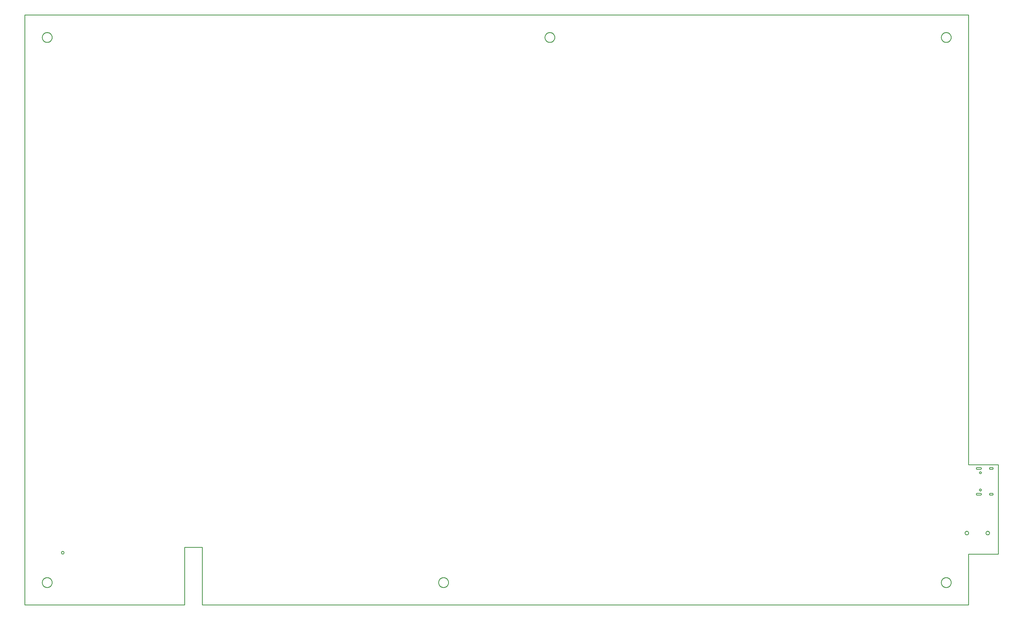
<source format=gko>
G04 EAGLE Gerber RS-274X export*
G75*
%MOMM*%
%FSLAX34Y34*%
%LPD*%
%IN*%
%IPPOS*%
%AMOC8*
5,1,8,0,0,1.08239X$1,22.5*%
G01*
%ADD10C,0.203200*%
%ADD11C,0.000000*%
%ADD12C,0.010000*%
%ADD13C,0.254000*%


D10*
X3165000Y0D02*
X3165000Y170000D01*
X3265000Y170000D01*
X3265000Y470000D01*
X3165000Y470000D01*
X3165000Y1977500D01*
X0Y1977500D01*
X0Y0D01*
X535630Y0D01*
X535630Y193200D01*
X595320Y193200D01*
X595320Y0D01*
X3165000Y0D01*
D11*
X3073490Y75000D02*
X3073495Y75405D01*
X3073510Y75810D01*
X3073535Y76215D01*
X3073570Y76618D01*
X3073614Y77021D01*
X3073669Y77423D01*
X3073733Y77823D01*
X3073807Y78221D01*
X3073891Y78617D01*
X3073985Y79012D01*
X3074088Y79403D01*
X3074201Y79793D01*
X3074323Y80179D01*
X3074455Y80562D01*
X3074596Y80942D01*
X3074747Y81318D01*
X3074906Y81691D01*
X3075075Y82059D01*
X3075253Y82423D01*
X3075439Y82783D01*
X3075635Y83138D01*
X3075839Y83488D01*
X3076051Y83833D01*
X3076272Y84172D01*
X3076502Y84507D01*
X3076739Y84835D01*
X3076984Y85157D01*
X3077238Y85474D01*
X3077498Y85784D01*
X3077767Y86087D01*
X3078043Y86384D01*
X3078326Y86674D01*
X3078616Y86957D01*
X3078913Y87233D01*
X3079216Y87502D01*
X3079526Y87762D01*
X3079843Y88016D01*
X3080165Y88261D01*
X3080493Y88498D01*
X3080828Y88728D01*
X3081167Y88949D01*
X3081512Y89161D01*
X3081862Y89365D01*
X3082217Y89561D01*
X3082577Y89747D01*
X3082941Y89925D01*
X3083309Y90094D01*
X3083682Y90253D01*
X3084058Y90404D01*
X3084438Y90545D01*
X3084821Y90677D01*
X3085207Y90799D01*
X3085597Y90912D01*
X3085988Y91015D01*
X3086383Y91109D01*
X3086779Y91193D01*
X3087177Y91267D01*
X3087577Y91331D01*
X3087979Y91386D01*
X3088382Y91430D01*
X3088785Y91465D01*
X3089190Y91490D01*
X3089595Y91505D01*
X3090000Y91510D01*
X3090405Y91505D01*
X3090810Y91490D01*
X3091215Y91465D01*
X3091618Y91430D01*
X3092021Y91386D01*
X3092423Y91331D01*
X3092823Y91267D01*
X3093221Y91193D01*
X3093617Y91109D01*
X3094012Y91015D01*
X3094403Y90912D01*
X3094793Y90799D01*
X3095179Y90677D01*
X3095562Y90545D01*
X3095942Y90404D01*
X3096318Y90253D01*
X3096691Y90094D01*
X3097059Y89925D01*
X3097423Y89747D01*
X3097783Y89561D01*
X3098138Y89365D01*
X3098488Y89161D01*
X3098833Y88949D01*
X3099172Y88728D01*
X3099507Y88498D01*
X3099835Y88261D01*
X3100157Y88016D01*
X3100474Y87762D01*
X3100784Y87502D01*
X3101087Y87233D01*
X3101384Y86957D01*
X3101674Y86674D01*
X3101957Y86384D01*
X3102233Y86087D01*
X3102502Y85784D01*
X3102762Y85474D01*
X3103016Y85157D01*
X3103261Y84835D01*
X3103498Y84507D01*
X3103728Y84172D01*
X3103949Y83833D01*
X3104161Y83488D01*
X3104365Y83138D01*
X3104561Y82783D01*
X3104747Y82423D01*
X3104925Y82059D01*
X3105094Y81691D01*
X3105253Y81318D01*
X3105404Y80942D01*
X3105545Y80562D01*
X3105677Y80179D01*
X3105799Y79793D01*
X3105912Y79403D01*
X3106015Y79012D01*
X3106109Y78617D01*
X3106193Y78221D01*
X3106267Y77823D01*
X3106331Y77423D01*
X3106386Y77021D01*
X3106430Y76618D01*
X3106465Y76215D01*
X3106490Y75810D01*
X3106505Y75405D01*
X3106510Y75000D01*
X3106505Y74595D01*
X3106490Y74190D01*
X3106465Y73785D01*
X3106430Y73382D01*
X3106386Y72979D01*
X3106331Y72577D01*
X3106267Y72177D01*
X3106193Y71779D01*
X3106109Y71383D01*
X3106015Y70988D01*
X3105912Y70597D01*
X3105799Y70207D01*
X3105677Y69821D01*
X3105545Y69438D01*
X3105404Y69058D01*
X3105253Y68682D01*
X3105094Y68309D01*
X3104925Y67941D01*
X3104747Y67577D01*
X3104561Y67217D01*
X3104365Y66862D01*
X3104161Y66512D01*
X3103949Y66167D01*
X3103728Y65828D01*
X3103498Y65493D01*
X3103261Y65165D01*
X3103016Y64843D01*
X3102762Y64526D01*
X3102502Y64216D01*
X3102233Y63913D01*
X3101957Y63616D01*
X3101674Y63326D01*
X3101384Y63043D01*
X3101087Y62767D01*
X3100784Y62498D01*
X3100474Y62238D01*
X3100157Y61984D01*
X3099835Y61739D01*
X3099507Y61502D01*
X3099172Y61272D01*
X3098833Y61051D01*
X3098488Y60839D01*
X3098138Y60635D01*
X3097783Y60439D01*
X3097423Y60253D01*
X3097059Y60075D01*
X3096691Y59906D01*
X3096318Y59747D01*
X3095942Y59596D01*
X3095562Y59455D01*
X3095179Y59323D01*
X3094793Y59201D01*
X3094403Y59088D01*
X3094012Y58985D01*
X3093617Y58891D01*
X3093221Y58807D01*
X3092823Y58733D01*
X3092423Y58669D01*
X3092021Y58614D01*
X3091618Y58570D01*
X3091215Y58535D01*
X3090810Y58510D01*
X3090405Y58495D01*
X3090000Y58490D01*
X3089595Y58495D01*
X3089190Y58510D01*
X3088785Y58535D01*
X3088382Y58570D01*
X3087979Y58614D01*
X3087577Y58669D01*
X3087177Y58733D01*
X3086779Y58807D01*
X3086383Y58891D01*
X3085988Y58985D01*
X3085597Y59088D01*
X3085207Y59201D01*
X3084821Y59323D01*
X3084438Y59455D01*
X3084058Y59596D01*
X3083682Y59747D01*
X3083309Y59906D01*
X3082941Y60075D01*
X3082577Y60253D01*
X3082217Y60439D01*
X3081862Y60635D01*
X3081512Y60839D01*
X3081167Y61051D01*
X3080828Y61272D01*
X3080493Y61502D01*
X3080165Y61739D01*
X3079843Y61984D01*
X3079526Y62238D01*
X3079216Y62498D01*
X3078913Y62767D01*
X3078616Y63043D01*
X3078326Y63326D01*
X3078043Y63616D01*
X3077767Y63913D01*
X3077498Y64216D01*
X3077238Y64526D01*
X3076984Y64843D01*
X3076739Y65165D01*
X3076502Y65493D01*
X3076272Y65828D01*
X3076051Y66167D01*
X3075839Y66512D01*
X3075635Y66862D01*
X3075439Y67217D01*
X3075253Y67577D01*
X3075075Y67941D01*
X3074906Y68309D01*
X3074747Y68682D01*
X3074596Y69058D01*
X3074455Y69438D01*
X3074323Y69821D01*
X3074201Y70207D01*
X3074088Y70597D01*
X3073985Y70988D01*
X3073891Y71383D01*
X3073807Y71779D01*
X3073733Y72177D01*
X3073669Y72577D01*
X3073614Y72979D01*
X3073570Y73382D01*
X3073535Y73785D01*
X3073510Y74190D01*
X3073495Y74595D01*
X3073490Y75000D01*
X58490Y75000D02*
X58495Y75405D01*
X58510Y75810D01*
X58535Y76215D01*
X58570Y76618D01*
X58614Y77021D01*
X58669Y77423D01*
X58733Y77823D01*
X58807Y78221D01*
X58891Y78617D01*
X58985Y79012D01*
X59088Y79403D01*
X59201Y79793D01*
X59323Y80179D01*
X59455Y80562D01*
X59596Y80942D01*
X59747Y81318D01*
X59906Y81691D01*
X60075Y82059D01*
X60253Y82423D01*
X60439Y82783D01*
X60635Y83138D01*
X60839Y83488D01*
X61051Y83833D01*
X61272Y84172D01*
X61502Y84507D01*
X61739Y84835D01*
X61984Y85157D01*
X62238Y85474D01*
X62498Y85784D01*
X62767Y86087D01*
X63043Y86384D01*
X63326Y86674D01*
X63616Y86957D01*
X63913Y87233D01*
X64216Y87502D01*
X64526Y87762D01*
X64843Y88016D01*
X65165Y88261D01*
X65493Y88498D01*
X65828Y88728D01*
X66167Y88949D01*
X66512Y89161D01*
X66862Y89365D01*
X67217Y89561D01*
X67577Y89747D01*
X67941Y89925D01*
X68309Y90094D01*
X68682Y90253D01*
X69058Y90404D01*
X69438Y90545D01*
X69821Y90677D01*
X70207Y90799D01*
X70597Y90912D01*
X70988Y91015D01*
X71383Y91109D01*
X71779Y91193D01*
X72177Y91267D01*
X72577Y91331D01*
X72979Y91386D01*
X73382Y91430D01*
X73785Y91465D01*
X74190Y91490D01*
X74595Y91505D01*
X75000Y91510D01*
X75405Y91505D01*
X75810Y91490D01*
X76215Y91465D01*
X76618Y91430D01*
X77021Y91386D01*
X77423Y91331D01*
X77823Y91267D01*
X78221Y91193D01*
X78617Y91109D01*
X79012Y91015D01*
X79403Y90912D01*
X79793Y90799D01*
X80179Y90677D01*
X80562Y90545D01*
X80942Y90404D01*
X81318Y90253D01*
X81691Y90094D01*
X82059Y89925D01*
X82423Y89747D01*
X82783Y89561D01*
X83138Y89365D01*
X83488Y89161D01*
X83833Y88949D01*
X84172Y88728D01*
X84507Y88498D01*
X84835Y88261D01*
X85157Y88016D01*
X85474Y87762D01*
X85784Y87502D01*
X86087Y87233D01*
X86384Y86957D01*
X86674Y86674D01*
X86957Y86384D01*
X87233Y86087D01*
X87502Y85784D01*
X87762Y85474D01*
X88016Y85157D01*
X88261Y84835D01*
X88498Y84507D01*
X88728Y84172D01*
X88949Y83833D01*
X89161Y83488D01*
X89365Y83138D01*
X89561Y82783D01*
X89747Y82423D01*
X89925Y82059D01*
X90094Y81691D01*
X90253Y81318D01*
X90404Y80942D01*
X90545Y80562D01*
X90677Y80179D01*
X90799Y79793D01*
X90912Y79403D01*
X91015Y79012D01*
X91109Y78617D01*
X91193Y78221D01*
X91267Y77823D01*
X91331Y77423D01*
X91386Y77021D01*
X91430Y76618D01*
X91465Y76215D01*
X91490Y75810D01*
X91505Y75405D01*
X91510Y75000D01*
X91505Y74595D01*
X91490Y74190D01*
X91465Y73785D01*
X91430Y73382D01*
X91386Y72979D01*
X91331Y72577D01*
X91267Y72177D01*
X91193Y71779D01*
X91109Y71383D01*
X91015Y70988D01*
X90912Y70597D01*
X90799Y70207D01*
X90677Y69821D01*
X90545Y69438D01*
X90404Y69058D01*
X90253Y68682D01*
X90094Y68309D01*
X89925Y67941D01*
X89747Y67577D01*
X89561Y67217D01*
X89365Y66862D01*
X89161Y66512D01*
X88949Y66167D01*
X88728Y65828D01*
X88498Y65493D01*
X88261Y65165D01*
X88016Y64843D01*
X87762Y64526D01*
X87502Y64216D01*
X87233Y63913D01*
X86957Y63616D01*
X86674Y63326D01*
X86384Y63043D01*
X86087Y62767D01*
X85784Y62498D01*
X85474Y62238D01*
X85157Y61984D01*
X84835Y61739D01*
X84507Y61502D01*
X84172Y61272D01*
X83833Y61051D01*
X83488Y60839D01*
X83138Y60635D01*
X82783Y60439D01*
X82423Y60253D01*
X82059Y60075D01*
X81691Y59906D01*
X81318Y59747D01*
X80942Y59596D01*
X80562Y59455D01*
X80179Y59323D01*
X79793Y59201D01*
X79403Y59088D01*
X79012Y58985D01*
X78617Y58891D01*
X78221Y58807D01*
X77823Y58733D01*
X77423Y58669D01*
X77021Y58614D01*
X76618Y58570D01*
X76215Y58535D01*
X75810Y58510D01*
X75405Y58495D01*
X75000Y58490D01*
X74595Y58495D01*
X74190Y58510D01*
X73785Y58535D01*
X73382Y58570D01*
X72979Y58614D01*
X72577Y58669D01*
X72177Y58733D01*
X71779Y58807D01*
X71383Y58891D01*
X70988Y58985D01*
X70597Y59088D01*
X70207Y59201D01*
X69821Y59323D01*
X69438Y59455D01*
X69058Y59596D01*
X68682Y59747D01*
X68309Y59906D01*
X67941Y60075D01*
X67577Y60253D01*
X67217Y60439D01*
X66862Y60635D01*
X66512Y60839D01*
X66167Y61051D01*
X65828Y61272D01*
X65493Y61502D01*
X65165Y61739D01*
X64843Y61984D01*
X64526Y62238D01*
X64216Y62498D01*
X63913Y62767D01*
X63616Y63043D01*
X63326Y63326D01*
X63043Y63616D01*
X62767Y63913D01*
X62498Y64216D01*
X62238Y64526D01*
X61984Y64843D01*
X61739Y65165D01*
X61502Y65493D01*
X61272Y65828D01*
X61051Y66167D01*
X60839Y66512D01*
X60635Y66862D01*
X60439Y67217D01*
X60253Y67577D01*
X60075Y67941D01*
X59906Y68309D01*
X59747Y68682D01*
X59596Y69058D01*
X59455Y69438D01*
X59323Y69821D01*
X59201Y70207D01*
X59088Y70597D01*
X58985Y70988D01*
X58891Y71383D01*
X58807Y71779D01*
X58733Y72177D01*
X58669Y72577D01*
X58614Y72979D01*
X58570Y73382D01*
X58535Y73785D01*
X58510Y74190D01*
X58495Y74595D01*
X58490Y75000D01*
X3201350Y385530D02*
X3201352Y385643D01*
X3201358Y385757D01*
X3201368Y385870D01*
X3201382Y385982D01*
X3201399Y386094D01*
X3201421Y386206D01*
X3201447Y386316D01*
X3201476Y386426D01*
X3201509Y386534D01*
X3201546Y386642D01*
X3201587Y386747D01*
X3201631Y386852D01*
X3201679Y386955D01*
X3201730Y387056D01*
X3201785Y387155D01*
X3201844Y387252D01*
X3201906Y387347D01*
X3201971Y387440D01*
X3202039Y387531D01*
X3202110Y387619D01*
X3202185Y387705D01*
X3202262Y387788D01*
X3202342Y387868D01*
X3202425Y387945D01*
X3202511Y388020D01*
X3202599Y388091D01*
X3202690Y388159D01*
X3202783Y388224D01*
X3202878Y388286D01*
X3202975Y388345D01*
X3203074Y388400D01*
X3203175Y388451D01*
X3203278Y388499D01*
X3203383Y388543D01*
X3203488Y388584D01*
X3203596Y388621D01*
X3203704Y388654D01*
X3203814Y388683D01*
X3203924Y388709D01*
X3204036Y388731D01*
X3204148Y388748D01*
X3204260Y388762D01*
X3204373Y388772D01*
X3204487Y388778D01*
X3204600Y388780D01*
X3204713Y388778D01*
X3204827Y388772D01*
X3204940Y388762D01*
X3205052Y388748D01*
X3205164Y388731D01*
X3205276Y388709D01*
X3205386Y388683D01*
X3205496Y388654D01*
X3205604Y388621D01*
X3205712Y388584D01*
X3205817Y388543D01*
X3205922Y388499D01*
X3206025Y388451D01*
X3206126Y388400D01*
X3206225Y388345D01*
X3206322Y388286D01*
X3206417Y388224D01*
X3206510Y388159D01*
X3206601Y388091D01*
X3206689Y388020D01*
X3206775Y387945D01*
X3206858Y387868D01*
X3206938Y387788D01*
X3207015Y387705D01*
X3207090Y387619D01*
X3207161Y387531D01*
X3207229Y387440D01*
X3207294Y387347D01*
X3207356Y387252D01*
X3207415Y387155D01*
X3207470Y387056D01*
X3207521Y386955D01*
X3207569Y386852D01*
X3207613Y386747D01*
X3207654Y386642D01*
X3207691Y386534D01*
X3207724Y386426D01*
X3207753Y386316D01*
X3207779Y386206D01*
X3207801Y386094D01*
X3207818Y385982D01*
X3207832Y385870D01*
X3207842Y385757D01*
X3207848Y385643D01*
X3207850Y385530D01*
X3207848Y385417D01*
X3207842Y385303D01*
X3207832Y385190D01*
X3207818Y385078D01*
X3207801Y384966D01*
X3207779Y384854D01*
X3207753Y384744D01*
X3207724Y384634D01*
X3207691Y384526D01*
X3207654Y384418D01*
X3207613Y384313D01*
X3207569Y384208D01*
X3207521Y384105D01*
X3207470Y384004D01*
X3207415Y383905D01*
X3207356Y383808D01*
X3207294Y383713D01*
X3207229Y383620D01*
X3207161Y383529D01*
X3207090Y383441D01*
X3207015Y383355D01*
X3206938Y383272D01*
X3206858Y383192D01*
X3206775Y383115D01*
X3206689Y383040D01*
X3206601Y382969D01*
X3206510Y382901D01*
X3206417Y382836D01*
X3206322Y382774D01*
X3206225Y382715D01*
X3206126Y382660D01*
X3206025Y382609D01*
X3205922Y382561D01*
X3205817Y382517D01*
X3205712Y382476D01*
X3205604Y382439D01*
X3205496Y382406D01*
X3205386Y382377D01*
X3205276Y382351D01*
X3205164Y382329D01*
X3205052Y382312D01*
X3204940Y382298D01*
X3204827Y382288D01*
X3204713Y382282D01*
X3204600Y382280D01*
X3204487Y382282D01*
X3204373Y382288D01*
X3204260Y382298D01*
X3204148Y382312D01*
X3204036Y382329D01*
X3203924Y382351D01*
X3203814Y382377D01*
X3203704Y382406D01*
X3203596Y382439D01*
X3203488Y382476D01*
X3203383Y382517D01*
X3203278Y382561D01*
X3203175Y382609D01*
X3203074Y382660D01*
X3202975Y382715D01*
X3202878Y382774D01*
X3202783Y382836D01*
X3202690Y382901D01*
X3202599Y382969D01*
X3202511Y383040D01*
X3202425Y383115D01*
X3202342Y383192D01*
X3202262Y383272D01*
X3202185Y383355D01*
X3202110Y383441D01*
X3202039Y383529D01*
X3201971Y383620D01*
X3201906Y383713D01*
X3201844Y383808D01*
X3201785Y383905D01*
X3201730Y384004D01*
X3201679Y384105D01*
X3201631Y384208D01*
X3201587Y384313D01*
X3201546Y384418D01*
X3201509Y384526D01*
X3201476Y384634D01*
X3201447Y384744D01*
X3201421Y384854D01*
X3201399Y384966D01*
X3201382Y385078D01*
X3201368Y385190D01*
X3201358Y385303D01*
X3201352Y385417D01*
X3201350Y385530D01*
X3201350Y443330D02*
X3201352Y443443D01*
X3201358Y443557D01*
X3201368Y443670D01*
X3201382Y443782D01*
X3201399Y443894D01*
X3201421Y444006D01*
X3201447Y444116D01*
X3201476Y444226D01*
X3201509Y444334D01*
X3201546Y444442D01*
X3201587Y444547D01*
X3201631Y444652D01*
X3201679Y444755D01*
X3201730Y444856D01*
X3201785Y444955D01*
X3201844Y445052D01*
X3201906Y445147D01*
X3201971Y445240D01*
X3202039Y445331D01*
X3202110Y445419D01*
X3202185Y445505D01*
X3202262Y445588D01*
X3202342Y445668D01*
X3202425Y445745D01*
X3202511Y445820D01*
X3202599Y445891D01*
X3202690Y445959D01*
X3202783Y446024D01*
X3202878Y446086D01*
X3202975Y446145D01*
X3203074Y446200D01*
X3203175Y446251D01*
X3203278Y446299D01*
X3203383Y446343D01*
X3203488Y446384D01*
X3203596Y446421D01*
X3203704Y446454D01*
X3203814Y446483D01*
X3203924Y446509D01*
X3204036Y446531D01*
X3204148Y446548D01*
X3204260Y446562D01*
X3204373Y446572D01*
X3204487Y446578D01*
X3204600Y446580D01*
X3204713Y446578D01*
X3204827Y446572D01*
X3204940Y446562D01*
X3205052Y446548D01*
X3205164Y446531D01*
X3205276Y446509D01*
X3205386Y446483D01*
X3205496Y446454D01*
X3205604Y446421D01*
X3205712Y446384D01*
X3205817Y446343D01*
X3205922Y446299D01*
X3206025Y446251D01*
X3206126Y446200D01*
X3206225Y446145D01*
X3206322Y446086D01*
X3206417Y446024D01*
X3206510Y445959D01*
X3206601Y445891D01*
X3206689Y445820D01*
X3206775Y445745D01*
X3206858Y445668D01*
X3206938Y445588D01*
X3207015Y445505D01*
X3207090Y445419D01*
X3207161Y445331D01*
X3207229Y445240D01*
X3207294Y445147D01*
X3207356Y445052D01*
X3207415Y444955D01*
X3207470Y444856D01*
X3207521Y444755D01*
X3207569Y444652D01*
X3207613Y444547D01*
X3207654Y444442D01*
X3207691Y444334D01*
X3207724Y444226D01*
X3207753Y444116D01*
X3207779Y444006D01*
X3207801Y443894D01*
X3207818Y443782D01*
X3207832Y443670D01*
X3207842Y443557D01*
X3207848Y443443D01*
X3207850Y443330D01*
X3207848Y443217D01*
X3207842Y443103D01*
X3207832Y442990D01*
X3207818Y442878D01*
X3207801Y442766D01*
X3207779Y442654D01*
X3207753Y442544D01*
X3207724Y442434D01*
X3207691Y442326D01*
X3207654Y442218D01*
X3207613Y442113D01*
X3207569Y442008D01*
X3207521Y441905D01*
X3207470Y441804D01*
X3207415Y441705D01*
X3207356Y441608D01*
X3207294Y441513D01*
X3207229Y441420D01*
X3207161Y441329D01*
X3207090Y441241D01*
X3207015Y441155D01*
X3206938Y441072D01*
X3206858Y440992D01*
X3206775Y440915D01*
X3206689Y440840D01*
X3206601Y440769D01*
X3206510Y440701D01*
X3206417Y440636D01*
X3206322Y440574D01*
X3206225Y440515D01*
X3206126Y440460D01*
X3206025Y440409D01*
X3205922Y440361D01*
X3205817Y440317D01*
X3205712Y440276D01*
X3205604Y440239D01*
X3205496Y440206D01*
X3205386Y440177D01*
X3205276Y440151D01*
X3205164Y440129D01*
X3205052Y440112D01*
X3204940Y440098D01*
X3204827Y440088D01*
X3204713Y440082D01*
X3204600Y440080D01*
X3204487Y440082D01*
X3204373Y440088D01*
X3204260Y440098D01*
X3204148Y440112D01*
X3204036Y440129D01*
X3203924Y440151D01*
X3203814Y440177D01*
X3203704Y440206D01*
X3203596Y440239D01*
X3203488Y440276D01*
X3203383Y440317D01*
X3203278Y440361D01*
X3203175Y440409D01*
X3203074Y440460D01*
X3202975Y440515D01*
X3202878Y440574D01*
X3202783Y440636D01*
X3202690Y440701D01*
X3202599Y440769D01*
X3202511Y440840D01*
X3202425Y440915D01*
X3202342Y440992D01*
X3202262Y441072D01*
X3202185Y441155D01*
X3202110Y441241D01*
X3202039Y441329D01*
X3201971Y441420D01*
X3201906Y441513D01*
X3201844Y441608D01*
X3201785Y441705D01*
X3201730Y441804D01*
X3201679Y441905D01*
X3201631Y442008D01*
X3201587Y442113D01*
X3201546Y442218D01*
X3201509Y442326D01*
X3201476Y442434D01*
X3201447Y442544D01*
X3201421Y442654D01*
X3201399Y442766D01*
X3201382Y442878D01*
X3201368Y442990D01*
X3201358Y443103D01*
X3201352Y443217D01*
X3201350Y443330D01*
D12*
X3237950Y368230D02*
X3244150Y368230D01*
X3244150Y374230D02*
X3237950Y374230D01*
X3237842Y374228D01*
X3237734Y374222D01*
X3237626Y374212D01*
X3237518Y374199D01*
X3237411Y374181D01*
X3237305Y374160D01*
X3237200Y374135D01*
X3237095Y374106D01*
X3236992Y374073D01*
X3236890Y374037D01*
X3236789Y373996D01*
X3236690Y373953D01*
X3236593Y373905D01*
X3236497Y373855D01*
X3236403Y373801D01*
X3236312Y373743D01*
X3236222Y373682D01*
X3236134Y373618D01*
X3236049Y373551D01*
X3235967Y373481D01*
X3235887Y373408D01*
X3235810Y373332D01*
X3235735Y373253D01*
X3235664Y373172D01*
X3235595Y373088D01*
X3235529Y373002D01*
X3235467Y372914D01*
X3235408Y372823D01*
X3235352Y372730D01*
X3235299Y372635D01*
X3235250Y372539D01*
X3235205Y372440D01*
X3235163Y372340D01*
X3235125Y372239D01*
X3235090Y372136D01*
X3235059Y372033D01*
X3235032Y371928D01*
X3235009Y371822D01*
X3234990Y371715D01*
X3234974Y371608D01*
X3234962Y371500D01*
X3234954Y371392D01*
X3234950Y371284D01*
X3234950Y371176D01*
X3234954Y371068D01*
X3234962Y370960D01*
X3234974Y370852D01*
X3234990Y370745D01*
X3235009Y370638D01*
X3235032Y370532D01*
X3235059Y370427D01*
X3235090Y370324D01*
X3235125Y370221D01*
X3235163Y370120D01*
X3235205Y370020D01*
X3235250Y369921D01*
X3235299Y369825D01*
X3235352Y369730D01*
X3235408Y369637D01*
X3235467Y369546D01*
X3235529Y369458D01*
X3235595Y369372D01*
X3235664Y369288D01*
X3235735Y369207D01*
X3235810Y369128D01*
X3235887Y369052D01*
X3235967Y368979D01*
X3236049Y368909D01*
X3236134Y368842D01*
X3236222Y368778D01*
X3236312Y368717D01*
X3236403Y368659D01*
X3236497Y368605D01*
X3236593Y368555D01*
X3236690Y368507D01*
X3236789Y368464D01*
X3236890Y368423D01*
X3236992Y368387D01*
X3237095Y368354D01*
X3237200Y368325D01*
X3237305Y368300D01*
X3237411Y368279D01*
X3237518Y368261D01*
X3237626Y368248D01*
X3237734Y368238D01*
X3237842Y368232D01*
X3237950Y368230D01*
X3244150Y368230D02*
X3244258Y368232D01*
X3244366Y368238D01*
X3244474Y368248D01*
X3244582Y368261D01*
X3244689Y368279D01*
X3244795Y368300D01*
X3244900Y368325D01*
X3245005Y368354D01*
X3245108Y368387D01*
X3245210Y368423D01*
X3245311Y368464D01*
X3245410Y368507D01*
X3245507Y368555D01*
X3245603Y368605D01*
X3245697Y368659D01*
X3245788Y368717D01*
X3245878Y368778D01*
X3245966Y368842D01*
X3246051Y368909D01*
X3246133Y368979D01*
X3246213Y369052D01*
X3246290Y369128D01*
X3246365Y369207D01*
X3246436Y369288D01*
X3246505Y369372D01*
X3246571Y369458D01*
X3246633Y369546D01*
X3246692Y369637D01*
X3246748Y369730D01*
X3246801Y369825D01*
X3246850Y369921D01*
X3246895Y370020D01*
X3246937Y370120D01*
X3246975Y370221D01*
X3247010Y370324D01*
X3247041Y370427D01*
X3247068Y370532D01*
X3247091Y370638D01*
X3247110Y370745D01*
X3247126Y370852D01*
X3247138Y370960D01*
X3247146Y371068D01*
X3247150Y371176D01*
X3247150Y371284D01*
X3247146Y371392D01*
X3247138Y371500D01*
X3247126Y371608D01*
X3247110Y371715D01*
X3247091Y371822D01*
X3247068Y371928D01*
X3247041Y372033D01*
X3247010Y372136D01*
X3246975Y372239D01*
X3246937Y372340D01*
X3246895Y372440D01*
X3246850Y372539D01*
X3246801Y372635D01*
X3246748Y372730D01*
X3246692Y372823D01*
X3246633Y372914D01*
X3246571Y373002D01*
X3246505Y373088D01*
X3246436Y373172D01*
X3246365Y373253D01*
X3246290Y373332D01*
X3246213Y373408D01*
X3246133Y373481D01*
X3246051Y373551D01*
X3245966Y373618D01*
X3245878Y373682D01*
X3245788Y373743D01*
X3245697Y373801D01*
X3245603Y373855D01*
X3245507Y373905D01*
X3245410Y373953D01*
X3245311Y373996D01*
X3245210Y374037D01*
X3245108Y374073D01*
X3245005Y374106D01*
X3244900Y374135D01*
X3244795Y374160D01*
X3244689Y374181D01*
X3244582Y374199D01*
X3244474Y374212D01*
X3244366Y374222D01*
X3244258Y374228D01*
X3244150Y374230D01*
X3204800Y368230D02*
X3193800Y368230D01*
X3193800Y374230D02*
X3204800Y374230D01*
X3204908Y374228D01*
X3205016Y374222D01*
X3205124Y374212D01*
X3205232Y374199D01*
X3205339Y374181D01*
X3205445Y374160D01*
X3205550Y374135D01*
X3205655Y374106D01*
X3205758Y374073D01*
X3205860Y374037D01*
X3205961Y373996D01*
X3206060Y373953D01*
X3206157Y373905D01*
X3206253Y373855D01*
X3206347Y373801D01*
X3206438Y373743D01*
X3206528Y373682D01*
X3206616Y373618D01*
X3206701Y373551D01*
X3206783Y373481D01*
X3206863Y373408D01*
X3206940Y373332D01*
X3207015Y373253D01*
X3207086Y373172D01*
X3207155Y373088D01*
X3207221Y373002D01*
X3207283Y372914D01*
X3207342Y372823D01*
X3207398Y372730D01*
X3207451Y372635D01*
X3207500Y372539D01*
X3207545Y372440D01*
X3207587Y372340D01*
X3207625Y372239D01*
X3207660Y372136D01*
X3207691Y372033D01*
X3207718Y371928D01*
X3207741Y371822D01*
X3207760Y371715D01*
X3207776Y371608D01*
X3207788Y371500D01*
X3207796Y371392D01*
X3207800Y371284D01*
X3207800Y371176D01*
X3207796Y371068D01*
X3207788Y370960D01*
X3207776Y370852D01*
X3207760Y370745D01*
X3207741Y370638D01*
X3207718Y370532D01*
X3207691Y370427D01*
X3207660Y370324D01*
X3207625Y370221D01*
X3207587Y370120D01*
X3207545Y370020D01*
X3207500Y369921D01*
X3207451Y369825D01*
X3207398Y369730D01*
X3207342Y369637D01*
X3207283Y369546D01*
X3207221Y369458D01*
X3207155Y369372D01*
X3207086Y369288D01*
X3207015Y369207D01*
X3206940Y369128D01*
X3206863Y369052D01*
X3206783Y368979D01*
X3206701Y368909D01*
X3206616Y368842D01*
X3206528Y368778D01*
X3206438Y368717D01*
X3206347Y368659D01*
X3206253Y368605D01*
X3206157Y368555D01*
X3206060Y368507D01*
X3205961Y368464D01*
X3205860Y368423D01*
X3205758Y368387D01*
X3205655Y368354D01*
X3205550Y368325D01*
X3205445Y368300D01*
X3205339Y368279D01*
X3205232Y368261D01*
X3205124Y368248D01*
X3205016Y368238D01*
X3204908Y368232D01*
X3204800Y368230D01*
X3193800Y368230D02*
X3193692Y368232D01*
X3193584Y368238D01*
X3193476Y368248D01*
X3193368Y368261D01*
X3193261Y368279D01*
X3193155Y368300D01*
X3193050Y368325D01*
X3192945Y368354D01*
X3192842Y368387D01*
X3192740Y368423D01*
X3192639Y368464D01*
X3192540Y368507D01*
X3192443Y368555D01*
X3192347Y368605D01*
X3192253Y368659D01*
X3192162Y368717D01*
X3192072Y368778D01*
X3191984Y368842D01*
X3191899Y368909D01*
X3191817Y368979D01*
X3191737Y369052D01*
X3191660Y369128D01*
X3191585Y369207D01*
X3191514Y369288D01*
X3191445Y369372D01*
X3191379Y369458D01*
X3191317Y369546D01*
X3191258Y369637D01*
X3191202Y369730D01*
X3191149Y369825D01*
X3191100Y369921D01*
X3191055Y370020D01*
X3191013Y370120D01*
X3190975Y370221D01*
X3190940Y370324D01*
X3190909Y370427D01*
X3190882Y370532D01*
X3190859Y370638D01*
X3190840Y370745D01*
X3190824Y370852D01*
X3190812Y370960D01*
X3190804Y371068D01*
X3190800Y371176D01*
X3190800Y371284D01*
X3190804Y371392D01*
X3190812Y371500D01*
X3190824Y371608D01*
X3190840Y371715D01*
X3190859Y371822D01*
X3190882Y371928D01*
X3190909Y372033D01*
X3190940Y372136D01*
X3190975Y372239D01*
X3191013Y372340D01*
X3191055Y372440D01*
X3191100Y372539D01*
X3191149Y372635D01*
X3191202Y372730D01*
X3191258Y372823D01*
X3191317Y372914D01*
X3191379Y373002D01*
X3191445Y373088D01*
X3191514Y373172D01*
X3191585Y373253D01*
X3191660Y373332D01*
X3191737Y373408D01*
X3191817Y373481D01*
X3191899Y373551D01*
X3191984Y373618D01*
X3192072Y373682D01*
X3192162Y373743D01*
X3192253Y373801D01*
X3192347Y373855D01*
X3192443Y373905D01*
X3192540Y373953D01*
X3192639Y373996D01*
X3192740Y374037D01*
X3192842Y374073D01*
X3192945Y374106D01*
X3193050Y374135D01*
X3193155Y374160D01*
X3193261Y374181D01*
X3193368Y374199D01*
X3193476Y374212D01*
X3193584Y374222D01*
X3193692Y374228D01*
X3193800Y374230D01*
X3237950Y454630D02*
X3244150Y454630D01*
X3244150Y460630D02*
X3237950Y460630D01*
X3237842Y460628D01*
X3237734Y460622D01*
X3237626Y460612D01*
X3237518Y460599D01*
X3237411Y460581D01*
X3237305Y460560D01*
X3237200Y460535D01*
X3237095Y460506D01*
X3236992Y460473D01*
X3236890Y460437D01*
X3236789Y460396D01*
X3236690Y460353D01*
X3236593Y460305D01*
X3236497Y460255D01*
X3236403Y460201D01*
X3236312Y460143D01*
X3236222Y460082D01*
X3236134Y460018D01*
X3236049Y459951D01*
X3235967Y459881D01*
X3235887Y459808D01*
X3235810Y459732D01*
X3235735Y459653D01*
X3235664Y459572D01*
X3235595Y459488D01*
X3235529Y459402D01*
X3235467Y459314D01*
X3235408Y459223D01*
X3235352Y459130D01*
X3235299Y459035D01*
X3235250Y458939D01*
X3235205Y458840D01*
X3235163Y458740D01*
X3235125Y458639D01*
X3235090Y458536D01*
X3235059Y458433D01*
X3235032Y458328D01*
X3235009Y458222D01*
X3234990Y458115D01*
X3234974Y458008D01*
X3234962Y457900D01*
X3234954Y457792D01*
X3234950Y457684D01*
X3234950Y457576D01*
X3234954Y457468D01*
X3234962Y457360D01*
X3234974Y457252D01*
X3234990Y457145D01*
X3235009Y457038D01*
X3235032Y456932D01*
X3235059Y456827D01*
X3235090Y456724D01*
X3235125Y456621D01*
X3235163Y456520D01*
X3235205Y456420D01*
X3235250Y456321D01*
X3235299Y456225D01*
X3235352Y456130D01*
X3235408Y456037D01*
X3235467Y455946D01*
X3235529Y455858D01*
X3235595Y455772D01*
X3235664Y455688D01*
X3235735Y455607D01*
X3235810Y455528D01*
X3235887Y455452D01*
X3235967Y455379D01*
X3236049Y455309D01*
X3236134Y455242D01*
X3236222Y455178D01*
X3236312Y455117D01*
X3236403Y455059D01*
X3236497Y455005D01*
X3236593Y454955D01*
X3236690Y454907D01*
X3236789Y454864D01*
X3236890Y454823D01*
X3236992Y454787D01*
X3237095Y454754D01*
X3237200Y454725D01*
X3237305Y454700D01*
X3237411Y454679D01*
X3237518Y454661D01*
X3237626Y454648D01*
X3237734Y454638D01*
X3237842Y454632D01*
X3237950Y454630D01*
X3244150Y454630D02*
X3244258Y454632D01*
X3244366Y454638D01*
X3244474Y454648D01*
X3244582Y454661D01*
X3244689Y454679D01*
X3244795Y454700D01*
X3244900Y454725D01*
X3245005Y454754D01*
X3245108Y454787D01*
X3245210Y454823D01*
X3245311Y454864D01*
X3245410Y454907D01*
X3245507Y454955D01*
X3245603Y455005D01*
X3245697Y455059D01*
X3245788Y455117D01*
X3245878Y455178D01*
X3245966Y455242D01*
X3246051Y455309D01*
X3246133Y455379D01*
X3246213Y455452D01*
X3246290Y455528D01*
X3246365Y455607D01*
X3246436Y455688D01*
X3246505Y455772D01*
X3246571Y455858D01*
X3246633Y455946D01*
X3246692Y456037D01*
X3246748Y456130D01*
X3246801Y456225D01*
X3246850Y456321D01*
X3246895Y456420D01*
X3246937Y456520D01*
X3246975Y456621D01*
X3247010Y456724D01*
X3247041Y456827D01*
X3247068Y456932D01*
X3247091Y457038D01*
X3247110Y457145D01*
X3247126Y457252D01*
X3247138Y457360D01*
X3247146Y457468D01*
X3247150Y457576D01*
X3247150Y457684D01*
X3247146Y457792D01*
X3247138Y457900D01*
X3247126Y458008D01*
X3247110Y458115D01*
X3247091Y458222D01*
X3247068Y458328D01*
X3247041Y458433D01*
X3247010Y458536D01*
X3246975Y458639D01*
X3246937Y458740D01*
X3246895Y458840D01*
X3246850Y458939D01*
X3246801Y459035D01*
X3246748Y459130D01*
X3246692Y459223D01*
X3246633Y459314D01*
X3246571Y459402D01*
X3246505Y459488D01*
X3246436Y459572D01*
X3246365Y459653D01*
X3246290Y459732D01*
X3246213Y459808D01*
X3246133Y459881D01*
X3246051Y459951D01*
X3245966Y460018D01*
X3245878Y460082D01*
X3245788Y460143D01*
X3245697Y460201D01*
X3245603Y460255D01*
X3245507Y460305D01*
X3245410Y460353D01*
X3245311Y460396D01*
X3245210Y460437D01*
X3245108Y460473D01*
X3245005Y460506D01*
X3244900Y460535D01*
X3244795Y460560D01*
X3244689Y460581D01*
X3244582Y460599D01*
X3244474Y460612D01*
X3244366Y460622D01*
X3244258Y460628D01*
X3244150Y460630D01*
X3204800Y454630D02*
X3193800Y454630D01*
X3193800Y460630D02*
X3204800Y460630D01*
X3204908Y460628D01*
X3205016Y460622D01*
X3205124Y460612D01*
X3205232Y460599D01*
X3205339Y460581D01*
X3205445Y460560D01*
X3205550Y460535D01*
X3205655Y460506D01*
X3205758Y460473D01*
X3205860Y460437D01*
X3205961Y460396D01*
X3206060Y460353D01*
X3206157Y460305D01*
X3206253Y460255D01*
X3206347Y460201D01*
X3206438Y460143D01*
X3206528Y460082D01*
X3206616Y460018D01*
X3206701Y459951D01*
X3206783Y459881D01*
X3206863Y459808D01*
X3206940Y459732D01*
X3207015Y459653D01*
X3207086Y459572D01*
X3207155Y459488D01*
X3207221Y459402D01*
X3207283Y459314D01*
X3207342Y459223D01*
X3207398Y459130D01*
X3207451Y459035D01*
X3207500Y458939D01*
X3207545Y458840D01*
X3207587Y458740D01*
X3207625Y458639D01*
X3207660Y458536D01*
X3207691Y458433D01*
X3207718Y458328D01*
X3207741Y458222D01*
X3207760Y458115D01*
X3207776Y458008D01*
X3207788Y457900D01*
X3207796Y457792D01*
X3207800Y457684D01*
X3207800Y457576D01*
X3207796Y457468D01*
X3207788Y457360D01*
X3207776Y457252D01*
X3207760Y457145D01*
X3207741Y457038D01*
X3207718Y456932D01*
X3207691Y456827D01*
X3207660Y456724D01*
X3207625Y456621D01*
X3207587Y456520D01*
X3207545Y456420D01*
X3207500Y456321D01*
X3207451Y456225D01*
X3207398Y456130D01*
X3207342Y456037D01*
X3207283Y455946D01*
X3207221Y455858D01*
X3207155Y455772D01*
X3207086Y455688D01*
X3207015Y455607D01*
X3206940Y455528D01*
X3206863Y455452D01*
X3206783Y455379D01*
X3206701Y455309D01*
X3206616Y455242D01*
X3206528Y455178D01*
X3206438Y455117D01*
X3206347Y455059D01*
X3206253Y455005D01*
X3206157Y454955D01*
X3206060Y454907D01*
X3205961Y454864D01*
X3205860Y454823D01*
X3205758Y454787D01*
X3205655Y454754D01*
X3205550Y454725D01*
X3205445Y454700D01*
X3205339Y454679D01*
X3205232Y454661D01*
X3205124Y454648D01*
X3205016Y454638D01*
X3204908Y454632D01*
X3204800Y454630D01*
X3193800Y454630D02*
X3193692Y454632D01*
X3193584Y454638D01*
X3193476Y454648D01*
X3193368Y454661D01*
X3193261Y454679D01*
X3193155Y454700D01*
X3193050Y454725D01*
X3192945Y454754D01*
X3192842Y454787D01*
X3192740Y454823D01*
X3192639Y454864D01*
X3192540Y454907D01*
X3192443Y454955D01*
X3192347Y455005D01*
X3192253Y455059D01*
X3192162Y455117D01*
X3192072Y455178D01*
X3191984Y455242D01*
X3191899Y455309D01*
X3191817Y455379D01*
X3191737Y455452D01*
X3191660Y455528D01*
X3191585Y455607D01*
X3191514Y455688D01*
X3191445Y455772D01*
X3191379Y455858D01*
X3191317Y455946D01*
X3191258Y456037D01*
X3191202Y456130D01*
X3191149Y456225D01*
X3191100Y456321D01*
X3191055Y456420D01*
X3191013Y456520D01*
X3190975Y456621D01*
X3190940Y456724D01*
X3190909Y456827D01*
X3190882Y456932D01*
X3190859Y457038D01*
X3190840Y457145D01*
X3190824Y457252D01*
X3190812Y457360D01*
X3190804Y457468D01*
X3190800Y457576D01*
X3190800Y457684D01*
X3190804Y457792D01*
X3190812Y457900D01*
X3190824Y458008D01*
X3190840Y458115D01*
X3190859Y458222D01*
X3190882Y458328D01*
X3190909Y458433D01*
X3190940Y458536D01*
X3190975Y458639D01*
X3191013Y458740D01*
X3191055Y458840D01*
X3191100Y458939D01*
X3191149Y459035D01*
X3191202Y459130D01*
X3191258Y459223D01*
X3191317Y459314D01*
X3191379Y459402D01*
X3191445Y459488D01*
X3191514Y459572D01*
X3191585Y459653D01*
X3191660Y459732D01*
X3191737Y459808D01*
X3191817Y459881D01*
X3191899Y459951D01*
X3191984Y460018D01*
X3192072Y460082D01*
X3192162Y460143D01*
X3192253Y460201D01*
X3192347Y460255D01*
X3192443Y460305D01*
X3192540Y460353D01*
X3192639Y460396D01*
X3192740Y460437D01*
X3192842Y460473D01*
X3192945Y460506D01*
X3193050Y460535D01*
X3193155Y460560D01*
X3193261Y460581D01*
X3193368Y460599D01*
X3193476Y460612D01*
X3193584Y460622D01*
X3193692Y460628D01*
X3193800Y460630D01*
D11*
X3223000Y241000D02*
X3223002Y241154D01*
X3223008Y241309D01*
X3223018Y241463D01*
X3223032Y241617D01*
X3223050Y241770D01*
X3223071Y241923D01*
X3223097Y242076D01*
X3223127Y242227D01*
X3223160Y242378D01*
X3223198Y242528D01*
X3223239Y242677D01*
X3223284Y242825D01*
X3223333Y242971D01*
X3223386Y243117D01*
X3223442Y243260D01*
X3223502Y243403D01*
X3223566Y243543D01*
X3223633Y243683D01*
X3223704Y243820D01*
X3223778Y243955D01*
X3223856Y244089D01*
X3223937Y244220D01*
X3224022Y244349D01*
X3224110Y244477D01*
X3224201Y244601D01*
X3224295Y244724D01*
X3224393Y244844D01*
X3224493Y244961D01*
X3224597Y245076D01*
X3224703Y245188D01*
X3224812Y245297D01*
X3224924Y245403D01*
X3225039Y245507D01*
X3225156Y245607D01*
X3225276Y245705D01*
X3225399Y245799D01*
X3225523Y245890D01*
X3225651Y245978D01*
X3225780Y246063D01*
X3225911Y246144D01*
X3226045Y246222D01*
X3226180Y246296D01*
X3226317Y246367D01*
X3226457Y246434D01*
X3226597Y246498D01*
X3226740Y246558D01*
X3226883Y246614D01*
X3227029Y246667D01*
X3227175Y246716D01*
X3227323Y246761D01*
X3227472Y246802D01*
X3227622Y246840D01*
X3227773Y246873D01*
X3227924Y246903D01*
X3228077Y246929D01*
X3228230Y246950D01*
X3228383Y246968D01*
X3228537Y246982D01*
X3228691Y246992D01*
X3228846Y246998D01*
X3229000Y247000D01*
X3229154Y246998D01*
X3229309Y246992D01*
X3229463Y246982D01*
X3229617Y246968D01*
X3229770Y246950D01*
X3229923Y246929D01*
X3230076Y246903D01*
X3230227Y246873D01*
X3230378Y246840D01*
X3230528Y246802D01*
X3230677Y246761D01*
X3230825Y246716D01*
X3230971Y246667D01*
X3231117Y246614D01*
X3231260Y246558D01*
X3231403Y246498D01*
X3231543Y246434D01*
X3231683Y246367D01*
X3231820Y246296D01*
X3231955Y246222D01*
X3232089Y246144D01*
X3232220Y246063D01*
X3232349Y245978D01*
X3232477Y245890D01*
X3232601Y245799D01*
X3232724Y245705D01*
X3232844Y245607D01*
X3232961Y245507D01*
X3233076Y245403D01*
X3233188Y245297D01*
X3233297Y245188D01*
X3233403Y245076D01*
X3233507Y244961D01*
X3233607Y244844D01*
X3233705Y244724D01*
X3233799Y244601D01*
X3233890Y244477D01*
X3233978Y244349D01*
X3234063Y244220D01*
X3234144Y244089D01*
X3234222Y243955D01*
X3234296Y243820D01*
X3234367Y243683D01*
X3234434Y243543D01*
X3234498Y243403D01*
X3234558Y243260D01*
X3234614Y243117D01*
X3234667Y242971D01*
X3234716Y242825D01*
X3234761Y242677D01*
X3234802Y242528D01*
X3234840Y242378D01*
X3234873Y242227D01*
X3234903Y242076D01*
X3234929Y241923D01*
X3234950Y241770D01*
X3234968Y241617D01*
X3234982Y241463D01*
X3234992Y241309D01*
X3234998Y241154D01*
X3235000Y241000D01*
X3234998Y240846D01*
X3234992Y240691D01*
X3234982Y240537D01*
X3234968Y240383D01*
X3234950Y240230D01*
X3234929Y240077D01*
X3234903Y239924D01*
X3234873Y239773D01*
X3234840Y239622D01*
X3234802Y239472D01*
X3234761Y239323D01*
X3234716Y239175D01*
X3234667Y239029D01*
X3234614Y238883D01*
X3234558Y238740D01*
X3234498Y238597D01*
X3234434Y238457D01*
X3234367Y238317D01*
X3234296Y238180D01*
X3234222Y238045D01*
X3234144Y237911D01*
X3234063Y237780D01*
X3233978Y237651D01*
X3233890Y237523D01*
X3233799Y237399D01*
X3233705Y237276D01*
X3233607Y237156D01*
X3233507Y237039D01*
X3233403Y236924D01*
X3233297Y236812D01*
X3233188Y236703D01*
X3233076Y236597D01*
X3232961Y236493D01*
X3232844Y236393D01*
X3232724Y236295D01*
X3232601Y236201D01*
X3232477Y236110D01*
X3232349Y236022D01*
X3232220Y235937D01*
X3232089Y235856D01*
X3231955Y235778D01*
X3231820Y235704D01*
X3231683Y235633D01*
X3231543Y235566D01*
X3231403Y235502D01*
X3231260Y235442D01*
X3231117Y235386D01*
X3230971Y235333D01*
X3230825Y235284D01*
X3230677Y235239D01*
X3230528Y235198D01*
X3230378Y235160D01*
X3230227Y235127D01*
X3230076Y235097D01*
X3229923Y235071D01*
X3229770Y235050D01*
X3229617Y235032D01*
X3229463Y235018D01*
X3229309Y235008D01*
X3229154Y235002D01*
X3229000Y235000D01*
X3228846Y235002D01*
X3228691Y235008D01*
X3228537Y235018D01*
X3228383Y235032D01*
X3228230Y235050D01*
X3228077Y235071D01*
X3227924Y235097D01*
X3227773Y235127D01*
X3227622Y235160D01*
X3227472Y235198D01*
X3227323Y235239D01*
X3227175Y235284D01*
X3227029Y235333D01*
X3226883Y235386D01*
X3226740Y235442D01*
X3226597Y235502D01*
X3226457Y235566D01*
X3226317Y235633D01*
X3226180Y235704D01*
X3226045Y235778D01*
X3225911Y235856D01*
X3225780Y235937D01*
X3225651Y236022D01*
X3225523Y236110D01*
X3225399Y236201D01*
X3225276Y236295D01*
X3225156Y236393D01*
X3225039Y236493D01*
X3224924Y236597D01*
X3224812Y236703D01*
X3224703Y236812D01*
X3224597Y236924D01*
X3224493Y237039D01*
X3224393Y237156D01*
X3224295Y237276D01*
X3224201Y237399D01*
X3224110Y237523D01*
X3224022Y237651D01*
X3223937Y237780D01*
X3223856Y237911D01*
X3223778Y238045D01*
X3223704Y238180D01*
X3223633Y238317D01*
X3223566Y238457D01*
X3223502Y238597D01*
X3223442Y238740D01*
X3223386Y238883D01*
X3223333Y239029D01*
X3223284Y239175D01*
X3223239Y239323D01*
X3223198Y239472D01*
X3223160Y239622D01*
X3223127Y239773D01*
X3223097Y239924D01*
X3223071Y240077D01*
X3223050Y240230D01*
X3223032Y240383D01*
X3223018Y240537D01*
X3223008Y240691D01*
X3223002Y240846D01*
X3223000Y241000D01*
X3153000Y241000D02*
X3153002Y241154D01*
X3153008Y241309D01*
X3153018Y241463D01*
X3153032Y241617D01*
X3153050Y241770D01*
X3153071Y241923D01*
X3153097Y242076D01*
X3153127Y242227D01*
X3153160Y242378D01*
X3153198Y242528D01*
X3153239Y242677D01*
X3153284Y242825D01*
X3153333Y242971D01*
X3153386Y243117D01*
X3153442Y243260D01*
X3153502Y243403D01*
X3153566Y243543D01*
X3153633Y243683D01*
X3153704Y243820D01*
X3153778Y243955D01*
X3153856Y244089D01*
X3153937Y244220D01*
X3154022Y244349D01*
X3154110Y244477D01*
X3154201Y244601D01*
X3154295Y244724D01*
X3154393Y244844D01*
X3154493Y244961D01*
X3154597Y245076D01*
X3154703Y245188D01*
X3154812Y245297D01*
X3154924Y245403D01*
X3155039Y245507D01*
X3155156Y245607D01*
X3155276Y245705D01*
X3155399Y245799D01*
X3155523Y245890D01*
X3155651Y245978D01*
X3155780Y246063D01*
X3155911Y246144D01*
X3156045Y246222D01*
X3156180Y246296D01*
X3156317Y246367D01*
X3156457Y246434D01*
X3156597Y246498D01*
X3156740Y246558D01*
X3156883Y246614D01*
X3157029Y246667D01*
X3157175Y246716D01*
X3157323Y246761D01*
X3157472Y246802D01*
X3157622Y246840D01*
X3157773Y246873D01*
X3157924Y246903D01*
X3158077Y246929D01*
X3158230Y246950D01*
X3158383Y246968D01*
X3158537Y246982D01*
X3158691Y246992D01*
X3158846Y246998D01*
X3159000Y247000D01*
X3159154Y246998D01*
X3159309Y246992D01*
X3159463Y246982D01*
X3159617Y246968D01*
X3159770Y246950D01*
X3159923Y246929D01*
X3160076Y246903D01*
X3160227Y246873D01*
X3160378Y246840D01*
X3160528Y246802D01*
X3160677Y246761D01*
X3160825Y246716D01*
X3160971Y246667D01*
X3161117Y246614D01*
X3161260Y246558D01*
X3161403Y246498D01*
X3161543Y246434D01*
X3161683Y246367D01*
X3161820Y246296D01*
X3161955Y246222D01*
X3162089Y246144D01*
X3162220Y246063D01*
X3162349Y245978D01*
X3162477Y245890D01*
X3162601Y245799D01*
X3162724Y245705D01*
X3162844Y245607D01*
X3162961Y245507D01*
X3163076Y245403D01*
X3163188Y245297D01*
X3163297Y245188D01*
X3163403Y245076D01*
X3163507Y244961D01*
X3163607Y244844D01*
X3163705Y244724D01*
X3163799Y244601D01*
X3163890Y244477D01*
X3163978Y244349D01*
X3164063Y244220D01*
X3164144Y244089D01*
X3164222Y243955D01*
X3164296Y243820D01*
X3164367Y243683D01*
X3164434Y243543D01*
X3164498Y243403D01*
X3164558Y243260D01*
X3164614Y243117D01*
X3164667Y242971D01*
X3164716Y242825D01*
X3164761Y242677D01*
X3164802Y242528D01*
X3164840Y242378D01*
X3164873Y242227D01*
X3164903Y242076D01*
X3164929Y241923D01*
X3164950Y241770D01*
X3164968Y241617D01*
X3164982Y241463D01*
X3164992Y241309D01*
X3164998Y241154D01*
X3165000Y241000D01*
X3164998Y240846D01*
X3164992Y240691D01*
X3164982Y240537D01*
X3164968Y240383D01*
X3164950Y240230D01*
X3164929Y240077D01*
X3164903Y239924D01*
X3164873Y239773D01*
X3164840Y239622D01*
X3164802Y239472D01*
X3164761Y239323D01*
X3164716Y239175D01*
X3164667Y239029D01*
X3164614Y238883D01*
X3164558Y238740D01*
X3164498Y238597D01*
X3164434Y238457D01*
X3164367Y238317D01*
X3164296Y238180D01*
X3164222Y238045D01*
X3164144Y237911D01*
X3164063Y237780D01*
X3163978Y237651D01*
X3163890Y237523D01*
X3163799Y237399D01*
X3163705Y237276D01*
X3163607Y237156D01*
X3163507Y237039D01*
X3163403Y236924D01*
X3163297Y236812D01*
X3163188Y236703D01*
X3163076Y236597D01*
X3162961Y236493D01*
X3162844Y236393D01*
X3162724Y236295D01*
X3162601Y236201D01*
X3162477Y236110D01*
X3162349Y236022D01*
X3162220Y235937D01*
X3162089Y235856D01*
X3161955Y235778D01*
X3161820Y235704D01*
X3161683Y235633D01*
X3161543Y235566D01*
X3161403Y235502D01*
X3161260Y235442D01*
X3161117Y235386D01*
X3160971Y235333D01*
X3160825Y235284D01*
X3160677Y235239D01*
X3160528Y235198D01*
X3160378Y235160D01*
X3160227Y235127D01*
X3160076Y235097D01*
X3159923Y235071D01*
X3159770Y235050D01*
X3159617Y235032D01*
X3159463Y235018D01*
X3159309Y235008D01*
X3159154Y235002D01*
X3159000Y235000D01*
X3158846Y235002D01*
X3158691Y235008D01*
X3158537Y235018D01*
X3158383Y235032D01*
X3158230Y235050D01*
X3158077Y235071D01*
X3157924Y235097D01*
X3157773Y235127D01*
X3157622Y235160D01*
X3157472Y235198D01*
X3157323Y235239D01*
X3157175Y235284D01*
X3157029Y235333D01*
X3156883Y235386D01*
X3156740Y235442D01*
X3156597Y235502D01*
X3156457Y235566D01*
X3156317Y235633D01*
X3156180Y235704D01*
X3156045Y235778D01*
X3155911Y235856D01*
X3155780Y235937D01*
X3155651Y236022D01*
X3155523Y236110D01*
X3155399Y236201D01*
X3155276Y236295D01*
X3155156Y236393D01*
X3155039Y236493D01*
X3154924Y236597D01*
X3154812Y236703D01*
X3154703Y236812D01*
X3154597Y236924D01*
X3154493Y237039D01*
X3154393Y237156D01*
X3154295Y237276D01*
X3154201Y237399D01*
X3154110Y237523D01*
X3154022Y237651D01*
X3153937Y237780D01*
X3153856Y237911D01*
X3153778Y238045D01*
X3153704Y238180D01*
X3153633Y238317D01*
X3153566Y238457D01*
X3153502Y238597D01*
X3153442Y238740D01*
X3153386Y238883D01*
X3153333Y239029D01*
X3153284Y239175D01*
X3153239Y239323D01*
X3153198Y239472D01*
X3153160Y239622D01*
X3153127Y239773D01*
X3153097Y239924D01*
X3153071Y240077D01*
X3153050Y240230D01*
X3153032Y240383D01*
X3153018Y240537D01*
X3153008Y240691D01*
X3153002Y240846D01*
X3153000Y241000D01*
X122500Y175200D02*
X122502Y175334D01*
X122508Y175468D01*
X122518Y175601D01*
X122532Y175735D01*
X122550Y175868D01*
X122572Y176000D01*
X122597Y176131D01*
X122627Y176262D01*
X122661Y176392D01*
X122698Y176520D01*
X122739Y176648D01*
X122784Y176774D01*
X122833Y176899D01*
X122885Y177022D01*
X122941Y177144D01*
X123001Y177264D01*
X123064Y177382D01*
X123131Y177498D01*
X123201Y177612D01*
X123275Y177724D01*
X123352Y177834D01*
X123432Y177942D01*
X123515Y178047D01*
X123601Y178149D01*
X123690Y178249D01*
X123783Y178346D01*
X123878Y178441D01*
X123976Y178532D01*
X124076Y178621D01*
X124179Y178706D01*
X124285Y178789D01*
X124393Y178868D01*
X124503Y178944D01*
X124616Y179017D01*
X124731Y179086D01*
X124847Y179152D01*
X124966Y179214D01*
X125086Y179273D01*
X125209Y179328D01*
X125332Y179380D01*
X125457Y179427D01*
X125584Y179471D01*
X125712Y179512D01*
X125841Y179548D01*
X125971Y179581D01*
X126102Y179609D01*
X126233Y179634D01*
X126366Y179655D01*
X126499Y179672D01*
X126632Y179685D01*
X126766Y179694D01*
X126900Y179699D01*
X127034Y179700D01*
X127167Y179697D01*
X127301Y179690D01*
X127435Y179679D01*
X127568Y179664D01*
X127701Y179645D01*
X127833Y179622D01*
X127964Y179596D01*
X128094Y179565D01*
X128224Y179530D01*
X128352Y179492D01*
X128479Y179450D01*
X128605Y179404D01*
X128730Y179354D01*
X128853Y179301D01*
X128974Y179244D01*
X129094Y179183D01*
X129211Y179119D01*
X129327Y179052D01*
X129441Y178981D01*
X129552Y178906D01*
X129661Y178829D01*
X129768Y178748D01*
X129873Y178664D01*
X129974Y178577D01*
X130074Y178487D01*
X130170Y178394D01*
X130264Y178298D01*
X130355Y178199D01*
X130442Y178098D01*
X130527Y177994D01*
X130609Y177888D01*
X130687Y177780D01*
X130762Y177669D01*
X130834Y177556D01*
X130903Y177440D01*
X130968Y177323D01*
X131029Y177204D01*
X131087Y177083D01*
X131141Y176961D01*
X131192Y176837D01*
X131239Y176711D01*
X131282Y176584D01*
X131321Y176456D01*
X131357Y176327D01*
X131388Y176197D01*
X131416Y176066D01*
X131440Y175934D01*
X131460Y175801D01*
X131476Y175668D01*
X131488Y175535D01*
X131496Y175401D01*
X131500Y175267D01*
X131500Y175133D01*
X131496Y174999D01*
X131488Y174865D01*
X131476Y174732D01*
X131460Y174599D01*
X131440Y174466D01*
X131416Y174334D01*
X131388Y174203D01*
X131357Y174073D01*
X131321Y173944D01*
X131282Y173816D01*
X131239Y173689D01*
X131192Y173563D01*
X131141Y173439D01*
X131087Y173317D01*
X131029Y173196D01*
X130968Y173077D01*
X130903Y172960D01*
X130834Y172844D01*
X130762Y172731D01*
X130687Y172620D01*
X130609Y172512D01*
X130527Y172406D01*
X130442Y172302D01*
X130355Y172201D01*
X130264Y172102D01*
X130170Y172006D01*
X130074Y171913D01*
X129974Y171823D01*
X129873Y171736D01*
X129768Y171652D01*
X129661Y171571D01*
X129552Y171494D01*
X129441Y171419D01*
X129327Y171348D01*
X129211Y171281D01*
X129094Y171217D01*
X128974Y171156D01*
X128853Y171099D01*
X128730Y171046D01*
X128605Y170996D01*
X128479Y170950D01*
X128352Y170908D01*
X128224Y170870D01*
X128094Y170835D01*
X127964Y170804D01*
X127833Y170778D01*
X127701Y170755D01*
X127568Y170736D01*
X127435Y170721D01*
X127301Y170710D01*
X127167Y170703D01*
X127034Y170700D01*
X126900Y170701D01*
X126766Y170706D01*
X126632Y170715D01*
X126499Y170728D01*
X126366Y170745D01*
X126233Y170766D01*
X126102Y170791D01*
X125971Y170819D01*
X125841Y170852D01*
X125712Y170888D01*
X125584Y170929D01*
X125457Y170973D01*
X125332Y171020D01*
X125209Y171072D01*
X125086Y171127D01*
X124966Y171186D01*
X124847Y171248D01*
X124731Y171314D01*
X124616Y171383D01*
X124503Y171456D01*
X124393Y171532D01*
X124285Y171611D01*
X124179Y171694D01*
X124076Y171779D01*
X123976Y171868D01*
X123878Y171959D01*
X123783Y172054D01*
X123690Y172151D01*
X123601Y172251D01*
X123515Y172353D01*
X123432Y172458D01*
X123352Y172566D01*
X123275Y172676D01*
X123201Y172788D01*
X123131Y172902D01*
X123064Y173018D01*
X123001Y173136D01*
X122941Y173256D01*
X122885Y173378D01*
X122833Y173501D01*
X122784Y173626D01*
X122739Y173752D01*
X122698Y173880D01*
X122661Y174008D01*
X122627Y174138D01*
X122597Y174269D01*
X122572Y174400D01*
X122550Y174532D01*
X122532Y174665D01*
X122518Y174799D01*
X122508Y174932D01*
X122502Y175066D01*
X122500Y175200D01*
X1744220Y1902500D02*
X1744225Y1902905D01*
X1744240Y1903310D01*
X1744265Y1903715D01*
X1744300Y1904118D01*
X1744344Y1904521D01*
X1744399Y1904923D01*
X1744463Y1905323D01*
X1744537Y1905721D01*
X1744621Y1906117D01*
X1744715Y1906512D01*
X1744818Y1906903D01*
X1744931Y1907293D01*
X1745053Y1907679D01*
X1745185Y1908062D01*
X1745326Y1908442D01*
X1745477Y1908818D01*
X1745636Y1909191D01*
X1745805Y1909559D01*
X1745983Y1909923D01*
X1746169Y1910283D01*
X1746365Y1910638D01*
X1746569Y1910988D01*
X1746781Y1911333D01*
X1747002Y1911672D01*
X1747232Y1912007D01*
X1747469Y1912335D01*
X1747714Y1912657D01*
X1747968Y1912974D01*
X1748228Y1913284D01*
X1748497Y1913587D01*
X1748773Y1913884D01*
X1749056Y1914174D01*
X1749346Y1914457D01*
X1749643Y1914733D01*
X1749946Y1915002D01*
X1750256Y1915262D01*
X1750573Y1915516D01*
X1750895Y1915761D01*
X1751223Y1915998D01*
X1751558Y1916228D01*
X1751897Y1916449D01*
X1752242Y1916661D01*
X1752592Y1916865D01*
X1752947Y1917061D01*
X1753307Y1917247D01*
X1753671Y1917425D01*
X1754039Y1917594D01*
X1754412Y1917753D01*
X1754788Y1917904D01*
X1755168Y1918045D01*
X1755551Y1918177D01*
X1755937Y1918299D01*
X1756327Y1918412D01*
X1756718Y1918515D01*
X1757113Y1918609D01*
X1757509Y1918693D01*
X1757907Y1918767D01*
X1758307Y1918831D01*
X1758709Y1918886D01*
X1759112Y1918930D01*
X1759515Y1918965D01*
X1759920Y1918990D01*
X1760325Y1919005D01*
X1760730Y1919010D01*
X1761135Y1919005D01*
X1761540Y1918990D01*
X1761945Y1918965D01*
X1762348Y1918930D01*
X1762751Y1918886D01*
X1763153Y1918831D01*
X1763553Y1918767D01*
X1763951Y1918693D01*
X1764347Y1918609D01*
X1764742Y1918515D01*
X1765133Y1918412D01*
X1765523Y1918299D01*
X1765909Y1918177D01*
X1766292Y1918045D01*
X1766672Y1917904D01*
X1767048Y1917753D01*
X1767421Y1917594D01*
X1767789Y1917425D01*
X1768153Y1917247D01*
X1768513Y1917061D01*
X1768868Y1916865D01*
X1769218Y1916661D01*
X1769563Y1916449D01*
X1769902Y1916228D01*
X1770237Y1915998D01*
X1770565Y1915761D01*
X1770887Y1915516D01*
X1771204Y1915262D01*
X1771514Y1915002D01*
X1771817Y1914733D01*
X1772114Y1914457D01*
X1772404Y1914174D01*
X1772687Y1913884D01*
X1772963Y1913587D01*
X1773232Y1913284D01*
X1773492Y1912974D01*
X1773746Y1912657D01*
X1773991Y1912335D01*
X1774228Y1912007D01*
X1774458Y1911672D01*
X1774679Y1911333D01*
X1774891Y1910988D01*
X1775095Y1910638D01*
X1775291Y1910283D01*
X1775477Y1909923D01*
X1775655Y1909559D01*
X1775824Y1909191D01*
X1775983Y1908818D01*
X1776134Y1908442D01*
X1776275Y1908062D01*
X1776407Y1907679D01*
X1776529Y1907293D01*
X1776642Y1906903D01*
X1776745Y1906512D01*
X1776839Y1906117D01*
X1776923Y1905721D01*
X1776997Y1905323D01*
X1777061Y1904923D01*
X1777116Y1904521D01*
X1777160Y1904118D01*
X1777195Y1903715D01*
X1777220Y1903310D01*
X1777235Y1902905D01*
X1777240Y1902500D01*
X1777235Y1902095D01*
X1777220Y1901690D01*
X1777195Y1901285D01*
X1777160Y1900882D01*
X1777116Y1900479D01*
X1777061Y1900077D01*
X1776997Y1899677D01*
X1776923Y1899279D01*
X1776839Y1898883D01*
X1776745Y1898488D01*
X1776642Y1898097D01*
X1776529Y1897707D01*
X1776407Y1897321D01*
X1776275Y1896938D01*
X1776134Y1896558D01*
X1775983Y1896182D01*
X1775824Y1895809D01*
X1775655Y1895441D01*
X1775477Y1895077D01*
X1775291Y1894717D01*
X1775095Y1894362D01*
X1774891Y1894012D01*
X1774679Y1893667D01*
X1774458Y1893328D01*
X1774228Y1892993D01*
X1773991Y1892665D01*
X1773746Y1892343D01*
X1773492Y1892026D01*
X1773232Y1891716D01*
X1772963Y1891413D01*
X1772687Y1891116D01*
X1772404Y1890826D01*
X1772114Y1890543D01*
X1771817Y1890267D01*
X1771514Y1889998D01*
X1771204Y1889738D01*
X1770887Y1889484D01*
X1770565Y1889239D01*
X1770237Y1889002D01*
X1769902Y1888772D01*
X1769563Y1888551D01*
X1769218Y1888339D01*
X1768868Y1888135D01*
X1768513Y1887939D01*
X1768153Y1887753D01*
X1767789Y1887575D01*
X1767421Y1887406D01*
X1767048Y1887247D01*
X1766672Y1887096D01*
X1766292Y1886955D01*
X1765909Y1886823D01*
X1765523Y1886701D01*
X1765133Y1886588D01*
X1764742Y1886485D01*
X1764347Y1886391D01*
X1763951Y1886307D01*
X1763553Y1886233D01*
X1763153Y1886169D01*
X1762751Y1886114D01*
X1762348Y1886070D01*
X1761945Y1886035D01*
X1761540Y1886010D01*
X1761135Y1885995D01*
X1760730Y1885990D01*
X1760325Y1885995D01*
X1759920Y1886010D01*
X1759515Y1886035D01*
X1759112Y1886070D01*
X1758709Y1886114D01*
X1758307Y1886169D01*
X1757907Y1886233D01*
X1757509Y1886307D01*
X1757113Y1886391D01*
X1756718Y1886485D01*
X1756327Y1886588D01*
X1755937Y1886701D01*
X1755551Y1886823D01*
X1755168Y1886955D01*
X1754788Y1887096D01*
X1754412Y1887247D01*
X1754039Y1887406D01*
X1753671Y1887575D01*
X1753307Y1887753D01*
X1752947Y1887939D01*
X1752592Y1888135D01*
X1752242Y1888339D01*
X1751897Y1888551D01*
X1751558Y1888772D01*
X1751223Y1889002D01*
X1750895Y1889239D01*
X1750573Y1889484D01*
X1750256Y1889738D01*
X1749946Y1889998D01*
X1749643Y1890267D01*
X1749346Y1890543D01*
X1749056Y1890826D01*
X1748773Y1891116D01*
X1748497Y1891413D01*
X1748228Y1891716D01*
X1747968Y1892026D01*
X1747714Y1892343D01*
X1747469Y1892665D01*
X1747232Y1892993D01*
X1747002Y1893328D01*
X1746781Y1893667D01*
X1746569Y1894012D01*
X1746365Y1894362D01*
X1746169Y1894717D01*
X1745983Y1895077D01*
X1745805Y1895441D01*
X1745636Y1895809D01*
X1745477Y1896182D01*
X1745326Y1896558D01*
X1745185Y1896938D01*
X1745053Y1897321D01*
X1744931Y1897707D01*
X1744818Y1898097D01*
X1744715Y1898488D01*
X1744621Y1898883D01*
X1744537Y1899279D01*
X1744463Y1899677D01*
X1744399Y1900077D01*
X1744344Y1900479D01*
X1744300Y1900882D01*
X1744265Y1901285D01*
X1744240Y1901690D01*
X1744225Y1902095D01*
X1744220Y1902500D01*
X1387760Y75000D02*
X1387765Y75405D01*
X1387780Y75810D01*
X1387805Y76215D01*
X1387840Y76618D01*
X1387884Y77021D01*
X1387939Y77423D01*
X1388003Y77823D01*
X1388077Y78221D01*
X1388161Y78617D01*
X1388255Y79012D01*
X1388358Y79403D01*
X1388471Y79793D01*
X1388593Y80179D01*
X1388725Y80562D01*
X1388866Y80942D01*
X1389017Y81318D01*
X1389176Y81691D01*
X1389345Y82059D01*
X1389523Y82423D01*
X1389709Y82783D01*
X1389905Y83138D01*
X1390109Y83488D01*
X1390321Y83833D01*
X1390542Y84172D01*
X1390772Y84507D01*
X1391009Y84835D01*
X1391254Y85157D01*
X1391508Y85474D01*
X1391768Y85784D01*
X1392037Y86087D01*
X1392313Y86384D01*
X1392596Y86674D01*
X1392886Y86957D01*
X1393183Y87233D01*
X1393486Y87502D01*
X1393796Y87762D01*
X1394113Y88016D01*
X1394435Y88261D01*
X1394763Y88498D01*
X1395098Y88728D01*
X1395437Y88949D01*
X1395782Y89161D01*
X1396132Y89365D01*
X1396487Y89561D01*
X1396847Y89747D01*
X1397211Y89925D01*
X1397579Y90094D01*
X1397952Y90253D01*
X1398328Y90404D01*
X1398708Y90545D01*
X1399091Y90677D01*
X1399477Y90799D01*
X1399867Y90912D01*
X1400258Y91015D01*
X1400653Y91109D01*
X1401049Y91193D01*
X1401447Y91267D01*
X1401847Y91331D01*
X1402249Y91386D01*
X1402652Y91430D01*
X1403055Y91465D01*
X1403460Y91490D01*
X1403865Y91505D01*
X1404270Y91510D01*
X1404675Y91505D01*
X1405080Y91490D01*
X1405485Y91465D01*
X1405888Y91430D01*
X1406291Y91386D01*
X1406693Y91331D01*
X1407093Y91267D01*
X1407491Y91193D01*
X1407887Y91109D01*
X1408282Y91015D01*
X1408673Y90912D01*
X1409063Y90799D01*
X1409449Y90677D01*
X1409832Y90545D01*
X1410212Y90404D01*
X1410588Y90253D01*
X1410961Y90094D01*
X1411329Y89925D01*
X1411693Y89747D01*
X1412053Y89561D01*
X1412408Y89365D01*
X1412758Y89161D01*
X1413103Y88949D01*
X1413442Y88728D01*
X1413777Y88498D01*
X1414105Y88261D01*
X1414427Y88016D01*
X1414744Y87762D01*
X1415054Y87502D01*
X1415357Y87233D01*
X1415654Y86957D01*
X1415944Y86674D01*
X1416227Y86384D01*
X1416503Y86087D01*
X1416772Y85784D01*
X1417032Y85474D01*
X1417286Y85157D01*
X1417531Y84835D01*
X1417768Y84507D01*
X1417998Y84172D01*
X1418219Y83833D01*
X1418431Y83488D01*
X1418635Y83138D01*
X1418831Y82783D01*
X1419017Y82423D01*
X1419195Y82059D01*
X1419364Y81691D01*
X1419523Y81318D01*
X1419674Y80942D01*
X1419815Y80562D01*
X1419947Y80179D01*
X1420069Y79793D01*
X1420182Y79403D01*
X1420285Y79012D01*
X1420379Y78617D01*
X1420463Y78221D01*
X1420537Y77823D01*
X1420601Y77423D01*
X1420656Y77021D01*
X1420700Y76618D01*
X1420735Y76215D01*
X1420760Y75810D01*
X1420775Y75405D01*
X1420780Y75000D01*
X1420775Y74595D01*
X1420760Y74190D01*
X1420735Y73785D01*
X1420700Y73382D01*
X1420656Y72979D01*
X1420601Y72577D01*
X1420537Y72177D01*
X1420463Y71779D01*
X1420379Y71383D01*
X1420285Y70988D01*
X1420182Y70597D01*
X1420069Y70207D01*
X1419947Y69821D01*
X1419815Y69438D01*
X1419674Y69058D01*
X1419523Y68682D01*
X1419364Y68309D01*
X1419195Y67941D01*
X1419017Y67577D01*
X1418831Y67217D01*
X1418635Y66862D01*
X1418431Y66512D01*
X1418219Y66167D01*
X1417998Y65828D01*
X1417768Y65493D01*
X1417531Y65165D01*
X1417286Y64843D01*
X1417032Y64526D01*
X1416772Y64216D01*
X1416503Y63913D01*
X1416227Y63616D01*
X1415944Y63326D01*
X1415654Y63043D01*
X1415357Y62767D01*
X1415054Y62498D01*
X1414744Y62238D01*
X1414427Y61984D01*
X1414105Y61739D01*
X1413777Y61502D01*
X1413442Y61272D01*
X1413103Y61051D01*
X1412758Y60839D01*
X1412408Y60635D01*
X1412053Y60439D01*
X1411693Y60253D01*
X1411329Y60075D01*
X1410961Y59906D01*
X1410588Y59747D01*
X1410212Y59596D01*
X1409832Y59455D01*
X1409449Y59323D01*
X1409063Y59201D01*
X1408673Y59088D01*
X1408282Y58985D01*
X1407887Y58891D01*
X1407491Y58807D01*
X1407093Y58733D01*
X1406693Y58669D01*
X1406291Y58614D01*
X1405888Y58570D01*
X1405485Y58535D01*
X1405080Y58510D01*
X1404675Y58495D01*
X1404270Y58490D01*
X1403865Y58495D01*
X1403460Y58510D01*
X1403055Y58535D01*
X1402652Y58570D01*
X1402249Y58614D01*
X1401847Y58669D01*
X1401447Y58733D01*
X1401049Y58807D01*
X1400653Y58891D01*
X1400258Y58985D01*
X1399867Y59088D01*
X1399477Y59201D01*
X1399091Y59323D01*
X1398708Y59455D01*
X1398328Y59596D01*
X1397952Y59747D01*
X1397579Y59906D01*
X1397211Y60075D01*
X1396847Y60253D01*
X1396487Y60439D01*
X1396132Y60635D01*
X1395782Y60839D01*
X1395437Y61051D01*
X1395098Y61272D01*
X1394763Y61502D01*
X1394435Y61739D01*
X1394113Y61984D01*
X1393796Y62238D01*
X1393486Y62498D01*
X1393183Y62767D01*
X1392886Y63043D01*
X1392596Y63326D01*
X1392313Y63616D01*
X1392037Y63913D01*
X1391768Y64216D01*
X1391508Y64526D01*
X1391254Y64843D01*
X1391009Y65165D01*
X1390772Y65493D01*
X1390542Y65828D01*
X1390321Y66167D01*
X1390109Y66512D01*
X1389905Y66862D01*
X1389709Y67217D01*
X1389523Y67577D01*
X1389345Y67941D01*
X1389176Y68309D01*
X1389017Y68682D01*
X1388866Y69058D01*
X1388725Y69438D01*
X1388593Y69821D01*
X1388471Y70207D01*
X1388358Y70597D01*
X1388255Y70988D01*
X1388161Y71383D01*
X1388077Y71779D01*
X1388003Y72177D01*
X1387939Y72577D01*
X1387884Y72979D01*
X1387840Y73382D01*
X1387805Y73785D01*
X1387780Y74190D01*
X1387765Y74595D01*
X1387760Y75000D01*
X3073490Y1902500D02*
X3073495Y1902905D01*
X3073510Y1903310D01*
X3073535Y1903715D01*
X3073570Y1904118D01*
X3073614Y1904521D01*
X3073669Y1904923D01*
X3073733Y1905323D01*
X3073807Y1905721D01*
X3073891Y1906117D01*
X3073985Y1906512D01*
X3074088Y1906903D01*
X3074201Y1907293D01*
X3074323Y1907679D01*
X3074455Y1908062D01*
X3074596Y1908442D01*
X3074747Y1908818D01*
X3074906Y1909191D01*
X3075075Y1909559D01*
X3075253Y1909923D01*
X3075439Y1910283D01*
X3075635Y1910638D01*
X3075839Y1910988D01*
X3076051Y1911333D01*
X3076272Y1911672D01*
X3076502Y1912007D01*
X3076739Y1912335D01*
X3076984Y1912657D01*
X3077238Y1912974D01*
X3077498Y1913284D01*
X3077767Y1913587D01*
X3078043Y1913884D01*
X3078326Y1914174D01*
X3078616Y1914457D01*
X3078913Y1914733D01*
X3079216Y1915002D01*
X3079526Y1915262D01*
X3079843Y1915516D01*
X3080165Y1915761D01*
X3080493Y1915998D01*
X3080828Y1916228D01*
X3081167Y1916449D01*
X3081512Y1916661D01*
X3081862Y1916865D01*
X3082217Y1917061D01*
X3082577Y1917247D01*
X3082941Y1917425D01*
X3083309Y1917594D01*
X3083682Y1917753D01*
X3084058Y1917904D01*
X3084438Y1918045D01*
X3084821Y1918177D01*
X3085207Y1918299D01*
X3085597Y1918412D01*
X3085988Y1918515D01*
X3086383Y1918609D01*
X3086779Y1918693D01*
X3087177Y1918767D01*
X3087577Y1918831D01*
X3087979Y1918886D01*
X3088382Y1918930D01*
X3088785Y1918965D01*
X3089190Y1918990D01*
X3089595Y1919005D01*
X3090000Y1919010D01*
X3090405Y1919005D01*
X3090810Y1918990D01*
X3091215Y1918965D01*
X3091618Y1918930D01*
X3092021Y1918886D01*
X3092423Y1918831D01*
X3092823Y1918767D01*
X3093221Y1918693D01*
X3093617Y1918609D01*
X3094012Y1918515D01*
X3094403Y1918412D01*
X3094793Y1918299D01*
X3095179Y1918177D01*
X3095562Y1918045D01*
X3095942Y1917904D01*
X3096318Y1917753D01*
X3096691Y1917594D01*
X3097059Y1917425D01*
X3097423Y1917247D01*
X3097783Y1917061D01*
X3098138Y1916865D01*
X3098488Y1916661D01*
X3098833Y1916449D01*
X3099172Y1916228D01*
X3099507Y1915998D01*
X3099835Y1915761D01*
X3100157Y1915516D01*
X3100474Y1915262D01*
X3100784Y1915002D01*
X3101087Y1914733D01*
X3101384Y1914457D01*
X3101674Y1914174D01*
X3101957Y1913884D01*
X3102233Y1913587D01*
X3102502Y1913284D01*
X3102762Y1912974D01*
X3103016Y1912657D01*
X3103261Y1912335D01*
X3103498Y1912007D01*
X3103728Y1911672D01*
X3103949Y1911333D01*
X3104161Y1910988D01*
X3104365Y1910638D01*
X3104561Y1910283D01*
X3104747Y1909923D01*
X3104925Y1909559D01*
X3105094Y1909191D01*
X3105253Y1908818D01*
X3105404Y1908442D01*
X3105545Y1908062D01*
X3105677Y1907679D01*
X3105799Y1907293D01*
X3105912Y1906903D01*
X3106015Y1906512D01*
X3106109Y1906117D01*
X3106193Y1905721D01*
X3106267Y1905323D01*
X3106331Y1904923D01*
X3106386Y1904521D01*
X3106430Y1904118D01*
X3106465Y1903715D01*
X3106490Y1903310D01*
X3106505Y1902905D01*
X3106510Y1902500D01*
X3106505Y1902095D01*
X3106490Y1901690D01*
X3106465Y1901285D01*
X3106430Y1900882D01*
X3106386Y1900479D01*
X3106331Y1900077D01*
X3106267Y1899677D01*
X3106193Y1899279D01*
X3106109Y1898883D01*
X3106015Y1898488D01*
X3105912Y1898097D01*
X3105799Y1897707D01*
X3105677Y1897321D01*
X3105545Y1896938D01*
X3105404Y1896558D01*
X3105253Y1896182D01*
X3105094Y1895809D01*
X3104925Y1895441D01*
X3104747Y1895077D01*
X3104561Y1894717D01*
X3104365Y1894362D01*
X3104161Y1894012D01*
X3103949Y1893667D01*
X3103728Y1893328D01*
X3103498Y1892993D01*
X3103261Y1892665D01*
X3103016Y1892343D01*
X3102762Y1892026D01*
X3102502Y1891716D01*
X3102233Y1891413D01*
X3101957Y1891116D01*
X3101674Y1890826D01*
X3101384Y1890543D01*
X3101087Y1890267D01*
X3100784Y1889998D01*
X3100474Y1889738D01*
X3100157Y1889484D01*
X3099835Y1889239D01*
X3099507Y1889002D01*
X3099172Y1888772D01*
X3098833Y1888551D01*
X3098488Y1888339D01*
X3098138Y1888135D01*
X3097783Y1887939D01*
X3097423Y1887753D01*
X3097059Y1887575D01*
X3096691Y1887406D01*
X3096318Y1887247D01*
X3095942Y1887096D01*
X3095562Y1886955D01*
X3095179Y1886823D01*
X3094793Y1886701D01*
X3094403Y1886588D01*
X3094012Y1886485D01*
X3093617Y1886391D01*
X3093221Y1886307D01*
X3092823Y1886233D01*
X3092423Y1886169D01*
X3092021Y1886114D01*
X3091618Y1886070D01*
X3091215Y1886035D01*
X3090810Y1886010D01*
X3090405Y1885995D01*
X3090000Y1885990D01*
X3089595Y1885995D01*
X3089190Y1886010D01*
X3088785Y1886035D01*
X3088382Y1886070D01*
X3087979Y1886114D01*
X3087577Y1886169D01*
X3087177Y1886233D01*
X3086779Y1886307D01*
X3086383Y1886391D01*
X3085988Y1886485D01*
X3085597Y1886588D01*
X3085207Y1886701D01*
X3084821Y1886823D01*
X3084438Y1886955D01*
X3084058Y1887096D01*
X3083682Y1887247D01*
X3083309Y1887406D01*
X3082941Y1887575D01*
X3082577Y1887753D01*
X3082217Y1887939D01*
X3081862Y1888135D01*
X3081512Y1888339D01*
X3081167Y1888551D01*
X3080828Y1888772D01*
X3080493Y1889002D01*
X3080165Y1889239D01*
X3079843Y1889484D01*
X3079526Y1889738D01*
X3079216Y1889998D01*
X3078913Y1890267D01*
X3078616Y1890543D01*
X3078326Y1890826D01*
X3078043Y1891116D01*
X3077767Y1891413D01*
X3077498Y1891716D01*
X3077238Y1892026D01*
X3076984Y1892343D01*
X3076739Y1892665D01*
X3076502Y1892993D01*
X3076272Y1893328D01*
X3076051Y1893667D01*
X3075839Y1894012D01*
X3075635Y1894362D01*
X3075439Y1894717D01*
X3075253Y1895077D01*
X3075075Y1895441D01*
X3074906Y1895809D01*
X3074747Y1896182D01*
X3074596Y1896558D01*
X3074455Y1896938D01*
X3074323Y1897321D01*
X3074201Y1897707D01*
X3074088Y1898097D01*
X3073985Y1898488D01*
X3073891Y1898883D01*
X3073807Y1899279D01*
X3073733Y1899677D01*
X3073669Y1900077D01*
X3073614Y1900479D01*
X3073570Y1900882D01*
X3073535Y1901285D01*
X3073510Y1901690D01*
X3073495Y1902095D01*
X3073490Y1902500D01*
X58490Y1902500D02*
X58495Y1902905D01*
X58510Y1903310D01*
X58535Y1903715D01*
X58570Y1904118D01*
X58614Y1904521D01*
X58669Y1904923D01*
X58733Y1905323D01*
X58807Y1905721D01*
X58891Y1906117D01*
X58985Y1906512D01*
X59088Y1906903D01*
X59201Y1907293D01*
X59323Y1907679D01*
X59455Y1908062D01*
X59596Y1908442D01*
X59747Y1908818D01*
X59906Y1909191D01*
X60075Y1909559D01*
X60253Y1909923D01*
X60439Y1910283D01*
X60635Y1910638D01*
X60839Y1910988D01*
X61051Y1911333D01*
X61272Y1911672D01*
X61502Y1912007D01*
X61739Y1912335D01*
X61984Y1912657D01*
X62238Y1912974D01*
X62498Y1913284D01*
X62767Y1913587D01*
X63043Y1913884D01*
X63326Y1914174D01*
X63616Y1914457D01*
X63913Y1914733D01*
X64216Y1915002D01*
X64526Y1915262D01*
X64843Y1915516D01*
X65165Y1915761D01*
X65493Y1915998D01*
X65828Y1916228D01*
X66167Y1916449D01*
X66512Y1916661D01*
X66862Y1916865D01*
X67217Y1917061D01*
X67577Y1917247D01*
X67941Y1917425D01*
X68309Y1917594D01*
X68682Y1917753D01*
X69058Y1917904D01*
X69438Y1918045D01*
X69821Y1918177D01*
X70207Y1918299D01*
X70597Y1918412D01*
X70988Y1918515D01*
X71383Y1918609D01*
X71779Y1918693D01*
X72177Y1918767D01*
X72577Y1918831D01*
X72979Y1918886D01*
X73382Y1918930D01*
X73785Y1918965D01*
X74190Y1918990D01*
X74595Y1919005D01*
X75000Y1919010D01*
X75405Y1919005D01*
X75810Y1918990D01*
X76215Y1918965D01*
X76618Y1918930D01*
X77021Y1918886D01*
X77423Y1918831D01*
X77823Y1918767D01*
X78221Y1918693D01*
X78617Y1918609D01*
X79012Y1918515D01*
X79403Y1918412D01*
X79793Y1918299D01*
X80179Y1918177D01*
X80562Y1918045D01*
X80942Y1917904D01*
X81318Y1917753D01*
X81691Y1917594D01*
X82059Y1917425D01*
X82423Y1917247D01*
X82783Y1917061D01*
X83138Y1916865D01*
X83488Y1916661D01*
X83833Y1916449D01*
X84172Y1916228D01*
X84507Y1915998D01*
X84835Y1915761D01*
X85157Y1915516D01*
X85474Y1915262D01*
X85784Y1915002D01*
X86087Y1914733D01*
X86384Y1914457D01*
X86674Y1914174D01*
X86957Y1913884D01*
X87233Y1913587D01*
X87502Y1913284D01*
X87762Y1912974D01*
X88016Y1912657D01*
X88261Y1912335D01*
X88498Y1912007D01*
X88728Y1911672D01*
X88949Y1911333D01*
X89161Y1910988D01*
X89365Y1910638D01*
X89561Y1910283D01*
X89747Y1909923D01*
X89925Y1909559D01*
X90094Y1909191D01*
X90253Y1908818D01*
X90404Y1908442D01*
X90545Y1908062D01*
X90677Y1907679D01*
X90799Y1907293D01*
X90912Y1906903D01*
X91015Y1906512D01*
X91109Y1906117D01*
X91193Y1905721D01*
X91267Y1905323D01*
X91331Y1904923D01*
X91386Y1904521D01*
X91430Y1904118D01*
X91465Y1903715D01*
X91490Y1903310D01*
X91505Y1902905D01*
X91510Y1902500D01*
X91505Y1902095D01*
X91490Y1901690D01*
X91465Y1901285D01*
X91430Y1900882D01*
X91386Y1900479D01*
X91331Y1900077D01*
X91267Y1899677D01*
X91193Y1899279D01*
X91109Y1898883D01*
X91015Y1898488D01*
X90912Y1898097D01*
X90799Y1897707D01*
X90677Y1897321D01*
X90545Y1896938D01*
X90404Y1896558D01*
X90253Y1896182D01*
X90094Y1895809D01*
X89925Y1895441D01*
X89747Y1895077D01*
X89561Y1894717D01*
X89365Y1894362D01*
X89161Y1894012D01*
X88949Y1893667D01*
X88728Y1893328D01*
X88498Y1892993D01*
X88261Y1892665D01*
X88016Y1892343D01*
X87762Y1892026D01*
X87502Y1891716D01*
X87233Y1891413D01*
X86957Y1891116D01*
X86674Y1890826D01*
X86384Y1890543D01*
X86087Y1890267D01*
X85784Y1889998D01*
X85474Y1889738D01*
X85157Y1889484D01*
X84835Y1889239D01*
X84507Y1889002D01*
X84172Y1888772D01*
X83833Y1888551D01*
X83488Y1888339D01*
X83138Y1888135D01*
X82783Y1887939D01*
X82423Y1887753D01*
X82059Y1887575D01*
X81691Y1887406D01*
X81318Y1887247D01*
X80942Y1887096D01*
X80562Y1886955D01*
X80179Y1886823D01*
X79793Y1886701D01*
X79403Y1886588D01*
X79012Y1886485D01*
X78617Y1886391D01*
X78221Y1886307D01*
X77823Y1886233D01*
X77423Y1886169D01*
X77021Y1886114D01*
X76618Y1886070D01*
X76215Y1886035D01*
X75810Y1886010D01*
X75405Y1885995D01*
X75000Y1885990D01*
X74595Y1885995D01*
X74190Y1886010D01*
X73785Y1886035D01*
X73382Y1886070D01*
X72979Y1886114D01*
X72577Y1886169D01*
X72177Y1886233D01*
X71779Y1886307D01*
X71383Y1886391D01*
X70988Y1886485D01*
X70597Y1886588D01*
X70207Y1886701D01*
X69821Y1886823D01*
X69438Y1886955D01*
X69058Y1887096D01*
X68682Y1887247D01*
X68309Y1887406D01*
X67941Y1887575D01*
X67577Y1887753D01*
X67217Y1887939D01*
X66862Y1888135D01*
X66512Y1888339D01*
X66167Y1888551D01*
X65828Y1888772D01*
X65493Y1889002D01*
X65165Y1889239D01*
X64843Y1889484D01*
X64526Y1889738D01*
X64216Y1889998D01*
X63913Y1890267D01*
X63616Y1890543D01*
X63326Y1890826D01*
X63043Y1891116D01*
X62767Y1891413D01*
X62498Y1891716D01*
X62238Y1892026D01*
X61984Y1892343D01*
X61739Y1892665D01*
X61502Y1892993D01*
X61272Y1893328D01*
X61051Y1893667D01*
X60839Y1894012D01*
X60635Y1894362D01*
X60439Y1894717D01*
X60253Y1895077D01*
X60075Y1895441D01*
X59906Y1895809D01*
X59747Y1896182D01*
X59596Y1896558D01*
X59455Y1896938D01*
X59323Y1897321D01*
X59201Y1897707D01*
X59088Y1898097D01*
X58985Y1898488D01*
X58891Y1898883D01*
X58807Y1899279D01*
X58733Y1899677D01*
X58669Y1900077D01*
X58614Y1900479D01*
X58570Y1900882D01*
X58535Y1901285D01*
X58510Y1901690D01*
X58495Y1902095D01*
X58490Y1902500D01*
D13*
X0Y0D02*
X535630Y0D01*
X535630Y193200D01*
X595320Y193200D01*
X595320Y0D01*
X3165000Y0D01*
X3165000Y170000D01*
X3265000Y170000D01*
X3265000Y470000D01*
X3165000Y470000D01*
X3165000Y1977500D01*
X0Y1977500D01*
X0Y0D01*
X3193800Y454630D02*
X3204800Y454630D01*
X3205061Y454641D01*
X3205321Y454676D01*
X3205576Y454732D01*
X3205826Y454811D01*
X3206068Y454911D01*
X3206300Y455032D01*
X3206521Y455173D01*
X3206728Y455332D01*
X3206921Y455509D01*
X3207098Y455702D01*
X3207257Y455909D01*
X3207398Y456130D01*
X3207519Y456362D01*
X3207619Y456604D01*
X3207698Y456854D01*
X3207754Y457109D01*
X3207789Y457369D01*
X3207800Y457630D01*
X3207789Y457891D01*
X3207754Y458151D01*
X3207698Y458406D01*
X3207619Y458656D01*
X3207519Y458898D01*
X3207398Y459130D01*
X3207257Y459351D01*
X3207098Y459558D01*
X3206921Y459751D01*
X3206728Y459928D01*
X3206521Y460087D01*
X3206300Y460228D01*
X3206068Y460349D01*
X3205826Y460449D01*
X3205576Y460528D01*
X3205321Y460584D01*
X3205061Y460619D01*
X3204800Y460630D01*
X3193800Y460630D01*
X3193539Y460619D01*
X3193279Y460584D01*
X3193024Y460528D01*
X3192774Y460449D01*
X3192532Y460349D01*
X3192300Y460228D01*
X3192079Y460087D01*
X3191872Y459928D01*
X3191679Y459751D01*
X3191502Y459558D01*
X3191343Y459351D01*
X3191202Y459130D01*
X3191081Y458898D01*
X3190981Y458656D01*
X3190902Y458406D01*
X3190846Y458151D01*
X3190811Y457891D01*
X3190800Y457630D01*
X3190811Y457369D01*
X3190846Y457109D01*
X3190902Y456854D01*
X3190981Y456604D01*
X3191081Y456362D01*
X3191202Y456130D01*
X3191343Y455909D01*
X3191502Y455702D01*
X3191679Y455509D01*
X3191872Y455332D01*
X3192079Y455173D01*
X3192300Y455032D01*
X3192532Y454911D01*
X3192774Y454811D01*
X3193024Y454732D01*
X3193279Y454676D01*
X3193539Y454641D01*
X3193800Y454630D01*
X3237950Y454630D02*
X3244150Y454630D01*
X3244411Y454641D01*
X3244671Y454676D01*
X3244926Y454732D01*
X3245176Y454811D01*
X3245418Y454911D01*
X3245650Y455032D01*
X3245871Y455173D01*
X3246078Y455332D01*
X3246271Y455509D01*
X3246448Y455702D01*
X3246607Y455909D01*
X3246748Y456130D01*
X3246869Y456362D01*
X3246969Y456604D01*
X3247048Y456854D01*
X3247104Y457109D01*
X3247139Y457369D01*
X3247150Y457630D01*
X3247139Y457891D01*
X3247104Y458151D01*
X3247048Y458406D01*
X3246969Y458656D01*
X3246869Y458898D01*
X3246748Y459130D01*
X3246607Y459351D01*
X3246448Y459558D01*
X3246271Y459751D01*
X3246078Y459928D01*
X3245871Y460087D01*
X3245650Y460228D01*
X3245418Y460349D01*
X3245176Y460449D01*
X3244926Y460528D01*
X3244671Y460584D01*
X3244411Y460619D01*
X3244150Y460630D01*
X3237950Y460630D01*
X3237689Y460619D01*
X3237429Y460584D01*
X3237174Y460528D01*
X3236924Y460449D01*
X3236682Y460349D01*
X3236450Y460228D01*
X3236229Y460087D01*
X3236022Y459928D01*
X3235829Y459751D01*
X3235652Y459558D01*
X3235493Y459351D01*
X3235352Y459130D01*
X3235231Y458898D01*
X3235131Y458656D01*
X3235052Y458406D01*
X3234996Y458151D01*
X3234961Y457891D01*
X3234950Y457630D01*
X3234961Y457369D01*
X3234996Y457109D01*
X3235052Y456854D01*
X3235131Y456604D01*
X3235231Y456362D01*
X3235352Y456130D01*
X3235493Y455909D01*
X3235652Y455702D01*
X3235829Y455509D01*
X3236022Y455332D01*
X3236229Y455173D01*
X3236450Y455032D01*
X3236682Y454911D01*
X3236924Y454811D01*
X3237174Y454732D01*
X3237429Y454676D01*
X3237689Y454641D01*
X3237950Y454630D01*
X3237950Y368230D02*
X3244150Y368230D01*
X3244411Y368241D01*
X3244671Y368276D01*
X3244926Y368332D01*
X3245176Y368411D01*
X3245418Y368511D01*
X3245650Y368632D01*
X3245871Y368773D01*
X3246078Y368932D01*
X3246271Y369109D01*
X3246448Y369302D01*
X3246607Y369509D01*
X3246748Y369730D01*
X3246869Y369962D01*
X3246969Y370204D01*
X3247048Y370454D01*
X3247104Y370709D01*
X3247139Y370969D01*
X3247150Y371230D01*
X3247139Y371491D01*
X3247104Y371751D01*
X3247048Y372006D01*
X3246969Y372256D01*
X3246869Y372498D01*
X3246748Y372730D01*
X3246607Y372951D01*
X3246448Y373158D01*
X3246271Y373351D01*
X3246078Y373528D01*
X3245871Y373687D01*
X3245650Y373828D01*
X3245418Y373949D01*
X3245176Y374049D01*
X3244926Y374128D01*
X3244671Y374184D01*
X3244411Y374219D01*
X3244150Y374230D01*
X3237950Y374230D01*
X3237689Y374219D01*
X3237429Y374184D01*
X3237174Y374128D01*
X3236924Y374049D01*
X3236682Y373949D01*
X3236450Y373828D01*
X3236229Y373687D01*
X3236022Y373528D01*
X3235829Y373351D01*
X3235652Y373158D01*
X3235493Y372951D01*
X3235352Y372730D01*
X3235231Y372498D01*
X3235131Y372256D01*
X3235052Y372006D01*
X3234996Y371751D01*
X3234961Y371491D01*
X3234950Y371230D01*
X3234961Y370969D01*
X3234996Y370709D01*
X3235052Y370454D01*
X3235131Y370204D01*
X3235231Y369962D01*
X3235352Y369730D01*
X3235493Y369509D01*
X3235652Y369302D01*
X3235829Y369109D01*
X3236022Y368932D01*
X3236229Y368773D01*
X3236450Y368632D01*
X3236682Y368511D01*
X3236924Y368411D01*
X3237174Y368332D01*
X3237429Y368276D01*
X3237689Y368241D01*
X3237950Y368230D01*
X3193800Y368230D02*
X3204800Y368230D01*
X3205061Y368241D01*
X3205321Y368276D01*
X3205576Y368332D01*
X3205826Y368411D01*
X3206068Y368511D01*
X3206300Y368632D01*
X3206521Y368773D01*
X3206728Y368932D01*
X3206921Y369109D01*
X3207098Y369302D01*
X3207257Y369509D01*
X3207398Y369730D01*
X3207519Y369962D01*
X3207619Y370204D01*
X3207698Y370454D01*
X3207754Y370709D01*
X3207789Y370969D01*
X3207800Y371230D01*
X3207789Y371491D01*
X3207754Y371751D01*
X3207698Y372006D01*
X3207619Y372256D01*
X3207519Y372498D01*
X3207398Y372730D01*
X3207257Y372951D01*
X3207098Y373158D01*
X3206921Y373351D01*
X3206728Y373528D01*
X3206521Y373687D01*
X3206300Y373828D01*
X3206068Y373949D01*
X3205826Y374049D01*
X3205576Y374128D01*
X3205321Y374184D01*
X3205061Y374219D01*
X3204800Y374230D01*
X3193800Y374230D01*
X3193539Y374219D01*
X3193279Y374184D01*
X3193024Y374128D01*
X3192774Y374049D01*
X3192532Y373949D01*
X3192300Y373828D01*
X3192079Y373687D01*
X3191872Y373528D01*
X3191679Y373351D01*
X3191502Y373158D01*
X3191343Y372951D01*
X3191202Y372730D01*
X3191081Y372498D01*
X3190981Y372256D01*
X3190902Y372006D01*
X3190846Y371751D01*
X3190811Y371491D01*
X3190800Y371230D01*
X3190811Y370969D01*
X3190846Y370709D01*
X3190902Y370454D01*
X3190981Y370204D01*
X3191081Y369962D01*
X3191202Y369730D01*
X3191343Y369509D01*
X3191502Y369302D01*
X3191679Y369109D01*
X3191872Y368932D01*
X3192079Y368773D01*
X3192300Y368632D01*
X3192532Y368511D01*
X3192774Y368411D01*
X3193024Y368332D01*
X3193279Y368276D01*
X3193539Y368241D01*
X3193800Y368230D01*
X3106510Y74460D02*
X3106439Y73381D01*
X3106298Y72309D01*
X3106087Y71249D01*
X3105808Y70205D01*
X3105460Y69181D01*
X3105046Y68183D01*
X3104568Y67213D01*
X3104028Y66277D01*
X3103427Y65378D01*
X3102769Y64521D01*
X3102057Y63708D01*
X3101292Y62944D01*
X3100479Y62231D01*
X3099622Y61573D01*
X3098723Y60972D01*
X3097787Y60432D01*
X3096817Y59954D01*
X3095819Y59540D01*
X3094795Y59192D01*
X3093751Y58913D01*
X3092691Y58702D01*
X3091619Y58561D01*
X3090540Y58490D01*
X3089460Y58490D01*
X3088381Y58561D01*
X3087309Y58702D01*
X3086249Y58913D01*
X3085205Y59192D01*
X3084181Y59540D01*
X3083183Y59954D01*
X3082213Y60432D01*
X3081277Y60972D01*
X3080378Y61573D01*
X3079521Y62231D01*
X3078708Y62944D01*
X3077944Y63708D01*
X3077231Y64521D01*
X3076573Y65378D01*
X3075972Y66277D01*
X3075432Y67213D01*
X3074954Y68183D01*
X3074540Y69181D01*
X3074192Y70205D01*
X3073913Y71249D01*
X3073702Y72309D01*
X3073561Y73381D01*
X3073490Y74460D01*
X3073490Y75540D01*
X3073561Y76619D01*
X3073702Y77691D01*
X3073913Y78751D01*
X3074192Y79795D01*
X3074540Y80819D01*
X3074954Y81817D01*
X3075432Y82787D01*
X3075972Y83723D01*
X3076573Y84622D01*
X3077231Y85479D01*
X3077944Y86292D01*
X3078708Y87057D01*
X3079521Y87769D01*
X3080378Y88427D01*
X3081277Y89028D01*
X3082213Y89568D01*
X3083183Y90046D01*
X3084181Y90460D01*
X3085205Y90808D01*
X3086249Y91087D01*
X3087309Y91298D01*
X3088381Y91439D01*
X3089460Y91510D01*
X3090540Y91510D01*
X3091619Y91439D01*
X3092691Y91298D01*
X3093751Y91087D01*
X3094795Y90808D01*
X3095819Y90460D01*
X3096817Y90046D01*
X3097787Y89568D01*
X3098723Y89028D01*
X3099622Y88427D01*
X3100479Y87769D01*
X3101292Y87057D01*
X3102057Y86292D01*
X3102769Y85479D01*
X3103427Y84622D01*
X3104028Y83723D01*
X3104568Y82787D01*
X3105046Y81817D01*
X3105460Y80819D01*
X3105808Y79795D01*
X3106087Y78751D01*
X3106298Y77691D01*
X3106439Y76619D01*
X3106510Y75540D01*
X3106510Y74460D01*
X91510Y74460D02*
X91439Y73381D01*
X91298Y72309D01*
X91087Y71249D01*
X90808Y70205D01*
X90460Y69181D01*
X90046Y68183D01*
X89568Y67213D01*
X89028Y66277D01*
X88427Y65378D01*
X87769Y64521D01*
X87057Y63708D01*
X86292Y62944D01*
X85479Y62231D01*
X84622Y61573D01*
X83723Y60972D01*
X82787Y60432D01*
X81817Y59954D01*
X80819Y59540D01*
X79795Y59192D01*
X78751Y58913D01*
X77691Y58702D01*
X76619Y58561D01*
X75540Y58490D01*
X74460Y58490D01*
X73381Y58561D01*
X72309Y58702D01*
X71249Y58913D01*
X70205Y59192D01*
X69181Y59540D01*
X68183Y59954D01*
X67213Y60432D01*
X66277Y60972D01*
X65378Y61573D01*
X64521Y62231D01*
X63708Y62944D01*
X62944Y63708D01*
X62231Y64521D01*
X61573Y65378D01*
X60972Y66277D01*
X60432Y67213D01*
X59954Y68183D01*
X59540Y69181D01*
X59192Y70205D01*
X58913Y71249D01*
X58702Y72309D01*
X58561Y73381D01*
X58490Y74460D01*
X58490Y75540D01*
X58561Y76619D01*
X58702Y77691D01*
X58913Y78751D01*
X59192Y79795D01*
X59540Y80819D01*
X59954Y81817D01*
X60432Y82787D01*
X60972Y83723D01*
X61573Y84622D01*
X62231Y85479D01*
X62944Y86292D01*
X63708Y87057D01*
X64521Y87769D01*
X65378Y88427D01*
X66277Y89028D01*
X67213Y89568D01*
X68183Y90046D01*
X69181Y90460D01*
X70205Y90808D01*
X71249Y91087D01*
X72309Y91298D01*
X73381Y91439D01*
X74460Y91510D01*
X75540Y91510D01*
X76619Y91439D01*
X77691Y91298D01*
X78751Y91087D01*
X79795Y90808D01*
X80819Y90460D01*
X81817Y90046D01*
X82787Y89568D01*
X83723Y89028D01*
X84622Y88427D01*
X85479Y87769D01*
X86292Y87057D01*
X87057Y86292D01*
X87769Y85479D01*
X88427Y84622D01*
X89028Y83723D01*
X89568Y82787D01*
X90046Y81817D01*
X90460Y80819D01*
X90808Y79795D01*
X91087Y78751D01*
X91298Y77691D01*
X91439Y76619D01*
X91510Y75540D01*
X91510Y74460D01*
X3204813Y388780D02*
X3205235Y388724D01*
X3205647Y388614D01*
X3206041Y388451D01*
X3206409Y388238D01*
X3206747Y387979D01*
X3207049Y387677D01*
X3207308Y387339D01*
X3207521Y386971D01*
X3207684Y386577D01*
X3207794Y386165D01*
X3207850Y385743D01*
X3207850Y385317D01*
X3207794Y384895D01*
X3207684Y384483D01*
X3207521Y384089D01*
X3207308Y383721D01*
X3207049Y383383D01*
X3206747Y383081D01*
X3206409Y382822D01*
X3206041Y382609D01*
X3205647Y382446D01*
X3205235Y382336D01*
X3204813Y382280D01*
X3204387Y382280D01*
X3203965Y382336D01*
X3203553Y382446D01*
X3203159Y382609D01*
X3202791Y382822D01*
X3202453Y383081D01*
X3202151Y383383D01*
X3201892Y383721D01*
X3201679Y384089D01*
X3201516Y384483D01*
X3201406Y384895D01*
X3201350Y385317D01*
X3201350Y385743D01*
X3201406Y386165D01*
X3201516Y386577D01*
X3201679Y386971D01*
X3201892Y387339D01*
X3202151Y387677D01*
X3202453Y387979D01*
X3202791Y388238D01*
X3203159Y388451D01*
X3203553Y388614D01*
X3203965Y388724D01*
X3204387Y388780D01*
X3204813Y388780D01*
X3204813Y446580D02*
X3205235Y446524D01*
X3205647Y446414D01*
X3206041Y446251D01*
X3206409Y446038D01*
X3206747Y445779D01*
X3207049Y445477D01*
X3207308Y445139D01*
X3207521Y444771D01*
X3207684Y444377D01*
X3207794Y443965D01*
X3207850Y443543D01*
X3207850Y443117D01*
X3207794Y442695D01*
X3207684Y442283D01*
X3207521Y441889D01*
X3207308Y441521D01*
X3207049Y441183D01*
X3206747Y440881D01*
X3206409Y440622D01*
X3206041Y440409D01*
X3205647Y440246D01*
X3205235Y440136D01*
X3204813Y440080D01*
X3204387Y440080D01*
X3203965Y440136D01*
X3203553Y440246D01*
X3203159Y440409D01*
X3202791Y440622D01*
X3202453Y440881D01*
X3202151Y441183D01*
X3201892Y441521D01*
X3201679Y441889D01*
X3201516Y442283D01*
X3201406Y442695D01*
X3201350Y443117D01*
X3201350Y443543D01*
X3201406Y443965D01*
X3201516Y444377D01*
X3201679Y444771D01*
X3201892Y445139D01*
X3202151Y445477D01*
X3202453Y445779D01*
X3202791Y446038D01*
X3203159Y446251D01*
X3203553Y446414D01*
X3203965Y446524D01*
X3204387Y446580D01*
X3204813Y446580D01*
X3223000Y241337D02*
X3223075Y242007D01*
X3223225Y242664D01*
X3223448Y243300D01*
X3223740Y243907D01*
X3224099Y244478D01*
X3224519Y245004D01*
X3224996Y245481D01*
X3225523Y245901D01*
X3226093Y246260D01*
X3226700Y246552D01*
X3227336Y246775D01*
X3227993Y246925D01*
X3228663Y247000D01*
X3229337Y247000D01*
X3230007Y246925D01*
X3230664Y246775D01*
X3231300Y246552D01*
X3231907Y246260D01*
X3232478Y245901D01*
X3233004Y245481D01*
X3233481Y245004D01*
X3233901Y244478D01*
X3234260Y243907D01*
X3234552Y243300D01*
X3234775Y242664D01*
X3234925Y242007D01*
X3235000Y241337D01*
X3235000Y240663D01*
X3234925Y239993D01*
X3234775Y239336D01*
X3234552Y238700D01*
X3234260Y238093D01*
X3233901Y237523D01*
X3233481Y236996D01*
X3233004Y236519D01*
X3232478Y236099D01*
X3231907Y235740D01*
X3231300Y235448D01*
X3230664Y235225D01*
X3230007Y235075D01*
X3229337Y235000D01*
X3228663Y235000D01*
X3227993Y235075D01*
X3227336Y235225D01*
X3226700Y235448D01*
X3226093Y235740D01*
X3225523Y236099D01*
X3224996Y236519D01*
X3224519Y236996D01*
X3224099Y237523D01*
X3223740Y238093D01*
X3223448Y238700D01*
X3223225Y239336D01*
X3223075Y239993D01*
X3223000Y240663D01*
X3223000Y241337D01*
X3153000Y241337D02*
X3153075Y242007D01*
X3153225Y242664D01*
X3153448Y243300D01*
X3153740Y243907D01*
X3154099Y244478D01*
X3154519Y245004D01*
X3154996Y245481D01*
X3155523Y245901D01*
X3156093Y246260D01*
X3156700Y246552D01*
X3157336Y246775D01*
X3157993Y246925D01*
X3158663Y247000D01*
X3159337Y247000D01*
X3160007Y246925D01*
X3160664Y246775D01*
X3161300Y246552D01*
X3161907Y246260D01*
X3162478Y245901D01*
X3163004Y245481D01*
X3163481Y245004D01*
X3163901Y244478D01*
X3164260Y243907D01*
X3164552Y243300D01*
X3164775Y242664D01*
X3164925Y242007D01*
X3165000Y241337D01*
X3165000Y240663D01*
X3164925Y239993D01*
X3164775Y239336D01*
X3164552Y238700D01*
X3164260Y238093D01*
X3163901Y237523D01*
X3163481Y236996D01*
X3163004Y236519D01*
X3162478Y236099D01*
X3161907Y235740D01*
X3161300Y235448D01*
X3160664Y235225D01*
X3160007Y235075D01*
X3159337Y235000D01*
X3158663Y235000D01*
X3157993Y235075D01*
X3157336Y235225D01*
X3156700Y235448D01*
X3156093Y235740D01*
X3155523Y236099D01*
X3154996Y236519D01*
X3154519Y236996D01*
X3154099Y237523D01*
X3153740Y238093D01*
X3153448Y238700D01*
X3153225Y239336D01*
X3153075Y239993D01*
X3153000Y240663D01*
X3153000Y241337D01*
X126705Y170700D02*
X126120Y170777D01*
X125550Y170930D01*
X125005Y171155D01*
X124495Y171450D01*
X124027Y171809D01*
X123609Y172227D01*
X123250Y172695D01*
X122955Y173205D01*
X122730Y173750D01*
X122577Y174320D01*
X122500Y174905D01*
X122500Y175495D01*
X122577Y176080D01*
X122730Y176650D01*
X122955Y177195D01*
X123250Y177705D01*
X123609Y178173D01*
X124027Y178591D01*
X124495Y178950D01*
X125005Y179245D01*
X125550Y179470D01*
X126120Y179623D01*
X126705Y179700D01*
X127295Y179700D01*
X127880Y179623D01*
X128450Y179470D01*
X128995Y179245D01*
X129505Y178950D01*
X129973Y178591D01*
X130391Y178173D01*
X130750Y177705D01*
X131045Y177195D01*
X131270Y176650D01*
X131423Y176080D01*
X131500Y175495D01*
X131500Y174905D01*
X131423Y174320D01*
X131270Y173750D01*
X131045Y173205D01*
X130750Y172695D01*
X130391Y172227D01*
X129973Y171809D01*
X129505Y171450D01*
X128995Y171155D01*
X128450Y170930D01*
X127880Y170777D01*
X127295Y170700D01*
X126705Y170700D01*
X1777240Y1901960D02*
X1777169Y1900881D01*
X1777028Y1899809D01*
X1776817Y1898749D01*
X1776538Y1897705D01*
X1776190Y1896681D01*
X1775776Y1895683D01*
X1775298Y1894713D01*
X1774758Y1893777D01*
X1774157Y1892878D01*
X1773499Y1892021D01*
X1772787Y1891208D01*
X1772022Y1890444D01*
X1771209Y1889731D01*
X1770352Y1889073D01*
X1769453Y1888472D01*
X1768517Y1887932D01*
X1767547Y1887454D01*
X1766549Y1887040D01*
X1765525Y1886692D01*
X1764481Y1886413D01*
X1763421Y1886202D01*
X1762349Y1886061D01*
X1761270Y1885990D01*
X1760190Y1885990D01*
X1759111Y1886061D01*
X1758039Y1886202D01*
X1756979Y1886413D01*
X1755935Y1886692D01*
X1754911Y1887040D01*
X1753913Y1887454D01*
X1752943Y1887932D01*
X1752007Y1888472D01*
X1751108Y1889073D01*
X1750251Y1889731D01*
X1749438Y1890444D01*
X1748674Y1891208D01*
X1747961Y1892021D01*
X1747303Y1892878D01*
X1746702Y1893777D01*
X1746162Y1894713D01*
X1745684Y1895683D01*
X1745270Y1896681D01*
X1744922Y1897705D01*
X1744643Y1898749D01*
X1744432Y1899809D01*
X1744291Y1900881D01*
X1744220Y1901960D01*
X1744220Y1903040D01*
X1744291Y1904119D01*
X1744432Y1905191D01*
X1744643Y1906251D01*
X1744922Y1907295D01*
X1745270Y1908319D01*
X1745684Y1909317D01*
X1746162Y1910287D01*
X1746702Y1911223D01*
X1747303Y1912122D01*
X1747961Y1912979D01*
X1748674Y1913792D01*
X1749438Y1914557D01*
X1750251Y1915269D01*
X1751108Y1915927D01*
X1752007Y1916528D01*
X1752943Y1917068D01*
X1753913Y1917546D01*
X1754911Y1917960D01*
X1755935Y1918308D01*
X1756979Y1918587D01*
X1758039Y1918798D01*
X1759111Y1918939D01*
X1760190Y1919010D01*
X1761270Y1919010D01*
X1762349Y1918939D01*
X1763421Y1918798D01*
X1764481Y1918587D01*
X1765525Y1918308D01*
X1766549Y1917960D01*
X1767547Y1917546D01*
X1768517Y1917068D01*
X1769453Y1916528D01*
X1770352Y1915927D01*
X1771209Y1915269D01*
X1772022Y1914557D01*
X1772787Y1913792D01*
X1773499Y1912979D01*
X1774157Y1912122D01*
X1774758Y1911223D01*
X1775298Y1910287D01*
X1775776Y1909317D01*
X1776190Y1908319D01*
X1776538Y1907295D01*
X1776817Y1906251D01*
X1777028Y1905191D01*
X1777169Y1904119D01*
X1777240Y1903040D01*
X1777240Y1901960D01*
X1420780Y74460D02*
X1420709Y73381D01*
X1420568Y72309D01*
X1420357Y71249D01*
X1420078Y70205D01*
X1419730Y69181D01*
X1419316Y68183D01*
X1418838Y67213D01*
X1418298Y66277D01*
X1417697Y65378D01*
X1417039Y64521D01*
X1416327Y63708D01*
X1415562Y62944D01*
X1414749Y62231D01*
X1413892Y61573D01*
X1412993Y60972D01*
X1412057Y60432D01*
X1411087Y59954D01*
X1410089Y59540D01*
X1409065Y59192D01*
X1408021Y58913D01*
X1406961Y58702D01*
X1405889Y58561D01*
X1404810Y58490D01*
X1403730Y58490D01*
X1402651Y58561D01*
X1401579Y58702D01*
X1400519Y58913D01*
X1399475Y59192D01*
X1398451Y59540D01*
X1397453Y59954D01*
X1396483Y60432D01*
X1395547Y60972D01*
X1394648Y61573D01*
X1393791Y62231D01*
X1392978Y62944D01*
X1392214Y63708D01*
X1391501Y64521D01*
X1390843Y65378D01*
X1390242Y66277D01*
X1389702Y67213D01*
X1389224Y68183D01*
X1388810Y69181D01*
X1388462Y70205D01*
X1388183Y71249D01*
X1387972Y72309D01*
X1387831Y73381D01*
X1387760Y74460D01*
X1387760Y75540D01*
X1387831Y76619D01*
X1387972Y77691D01*
X1388183Y78751D01*
X1388462Y79795D01*
X1388810Y80819D01*
X1389224Y81817D01*
X1389702Y82787D01*
X1390242Y83723D01*
X1390843Y84622D01*
X1391501Y85479D01*
X1392214Y86292D01*
X1392978Y87057D01*
X1393791Y87769D01*
X1394648Y88427D01*
X1395547Y89028D01*
X1396483Y89568D01*
X1397453Y90046D01*
X1398451Y90460D01*
X1399475Y90808D01*
X1400519Y91087D01*
X1401579Y91298D01*
X1402651Y91439D01*
X1403730Y91510D01*
X1404810Y91510D01*
X1405889Y91439D01*
X1406961Y91298D01*
X1408021Y91087D01*
X1409065Y90808D01*
X1410089Y90460D01*
X1411087Y90046D01*
X1412057Y89568D01*
X1412993Y89028D01*
X1413892Y88427D01*
X1414749Y87769D01*
X1415562Y87057D01*
X1416327Y86292D01*
X1417039Y85479D01*
X1417697Y84622D01*
X1418298Y83723D01*
X1418838Y82787D01*
X1419316Y81817D01*
X1419730Y80819D01*
X1420078Y79795D01*
X1420357Y78751D01*
X1420568Y77691D01*
X1420709Y76619D01*
X1420780Y75540D01*
X1420780Y74460D01*
X3106510Y1901960D02*
X3106439Y1900881D01*
X3106298Y1899809D01*
X3106087Y1898749D01*
X3105808Y1897705D01*
X3105460Y1896681D01*
X3105046Y1895683D01*
X3104568Y1894713D01*
X3104028Y1893777D01*
X3103427Y1892878D01*
X3102769Y1892021D01*
X3102057Y1891208D01*
X3101292Y1890444D01*
X3100479Y1889731D01*
X3099622Y1889073D01*
X3098723Y1888472D01*
X3097787Y1887932D01*
X3096817Y1887454D01*
X3095819Y1887040D01*
X3094795Y1886692D01*
X3093751Y1886413D01*
X3092691Y1886202D01*
X3091619Y1886061D01*
X3090540Y1885990D01*
X3089460Y1885990D01*
X3088381Y1886061D01*
X3087309Y1886202D01*
X3086249Y1886413D01*
X3085205Y1886692D01*
X3084181Y1887040D01*
X3083183Y1887454D01*
X3082213Y1887932D01*
X3081277Y1888472D01*
X3080378Y1889073D01*
X3079521Y1889731D01*
X3078708Y1890444D01*
X3077944Y1891208D01*
X3077231Y1892021D01*
X3076573Y1892878D01*
X3075972Y1893777D01*
X3075432Y1894713D01*
X3074954Y1895683D01*
X3074540Y1896681D01*
X3074192Y1897705D01*
X3073913Y1898749D01*
X3073702Y1899809D01*
X3073561Y1900881D01*
X3073490Y1901960D01*
X3073490Y1903040D01*
X3073561Y1904119D01*
X3073702Y1905191D01*
X3073913Y1906251D01*
X3074192Y1907295D01*
X3074540Y1908319D01*
X3074954Y1909317D01*
X3075432Y1910287D01*
X3075972Y1911223D01*
X3076573Y1912122D01*
X3077231Y1912979D01*
X3077944Y1913792D01*
X3078708Y1914557D01*
X3079521Y1915269D01*
X3080378Y1915927D01*
X3081277Y1916528D01*
X3082213Y1917068D01*
X3083183Y1917546D01*
X3084181Y1917960D01*
X3085205Y1918308D01*
X3086249Y1918587D01*
X3087309Y1918798D01*
X3088381Y1918939D01*
X3089460Y1919010D01*
X3090540Y1919010D01*
X3091619Y1918939D01*
X3092691Y1918798D01*
X3093751Y1918587D01*
X3094795Y1918308D01*
X3095819Y1917960D01*
X3096817Y1917546D01*
X3097787Y1917068D01*
X3098723Y1916528D01*
X3099622Y1915927D01*
X3100479Y1915269D01*
X3101292Y1914557D01*
X3102057Y1913792D01*
X3102769Y1912979D01*
X3103427Y1912122D01*
X3104028Y1911223D01*
X3104568Y1910287D01*
X3105046Y1909317D01*
X3105460Y1908319D01*
X3105808Y1907295D01*
X3106087Y1906251D01*
X3106298Y1905191D01*
X3106439Y1904119D01*
X3106510Y1903040D01*
X3106510Y1901960D01*
X91510Y1901960D02*
X91439Y1900881D01*
X91298Y1899809D01*
X91087Y1898749D01*
X90808Y1897705D01*
X90460Y1896681D01*
X90046Y1895683D01*
X89568Y1894713D01*
X89028Y1893777D01*
X88427Y1892878D01*
X87769Y1892021D01*
X87057Y1891208D01*
X86292Y1890444D01*
X85479Y1889731D01*
X84622Y1889073D01*
X83723Y1888472D01*
X82787Y1887932D01*
X81817Y1887454D01*
X80819Y1887040D01*
X79795Y1886692D01*
X78751Y1886413D01*
X77691Y1886202D01*
X76619Y1886061D01*
X75540Y1885990D01*
X74460Y1885990D01*
X73381Y1886061D01*
X72309Y1886202D01*
X71249Y1886413D01*
X70205Y1886692D01*
X69181Y1887040D01*
X68183Y1887454D01*
X67213Y1887932D01*
X66277Y1888472D01*
X65378Y1889073D01*
X64521Y1889731D01*
X63708Y1890444D01*
X62944Y1891208D01*
X62231Y1892021D01*
X61573Y1892878D01*
X60972Y1893777D01*
X60432Y1894713D01*
X59954Y1895683D01*
X59540Y1896681D01*
X59192Y1897705D01*
X58913Y1898749D01*
X58702Y1899809D01*
X58561Y1900881D01*
X58490Y1901960D01*
X58490Y1903040D01*
X58561Y1904119D01*
X58702Y1905191D01*
X58913Y1906251D01*
X59192Y1907295D01*
X59540Y1908319D01*
X59954Y1909317D01*
X60432Y1910287D01*
X60972Y1911223D01*
X61573Y1912122D01*
X62231Y1912979D01*
X62944Y1913792D01*
X63708Y1914557D01*
X64521Y1915269D01*
X65378Y1915927D01*
X66277Y1916528D01*
X67213Y1917068D01*
X68183Y1917546D01*
X69181Y1917960D01*
X70205Y1918308D01*
X71249Y1918587D01*
X72309Y1918798D01*
X73381Y1918939D01*
X74460Y1919010D01*
X75540Y1919010D01*
X76619Y1918939D01*
X77691Y1918798D01*
X78751Y1918587D01*
X79795Y1918308D01*
X80819Y1917960D01*
X81817Y1917546D01*
X82787Y1917068D01*
X83723Y1916528D01*
X84622Y1915927D01*
X85479Y1915269D01*
X86292Y1914557D01*
X87057Y1913792D01*
X87769Y1912979D01*
X88427Y1912122D01*
X89028Y1911223D01*
X89568Y1910287D01*
X90046Y1909317D01*
X90460Y1908319D01*
X90808Y1907295D01*
X91087Y1906251D01*
X91298Y1905191D01*
X91439Y1904119D01*
X91510Y1903040D01*
X91510Y1901960D01*
M02*

</source>
